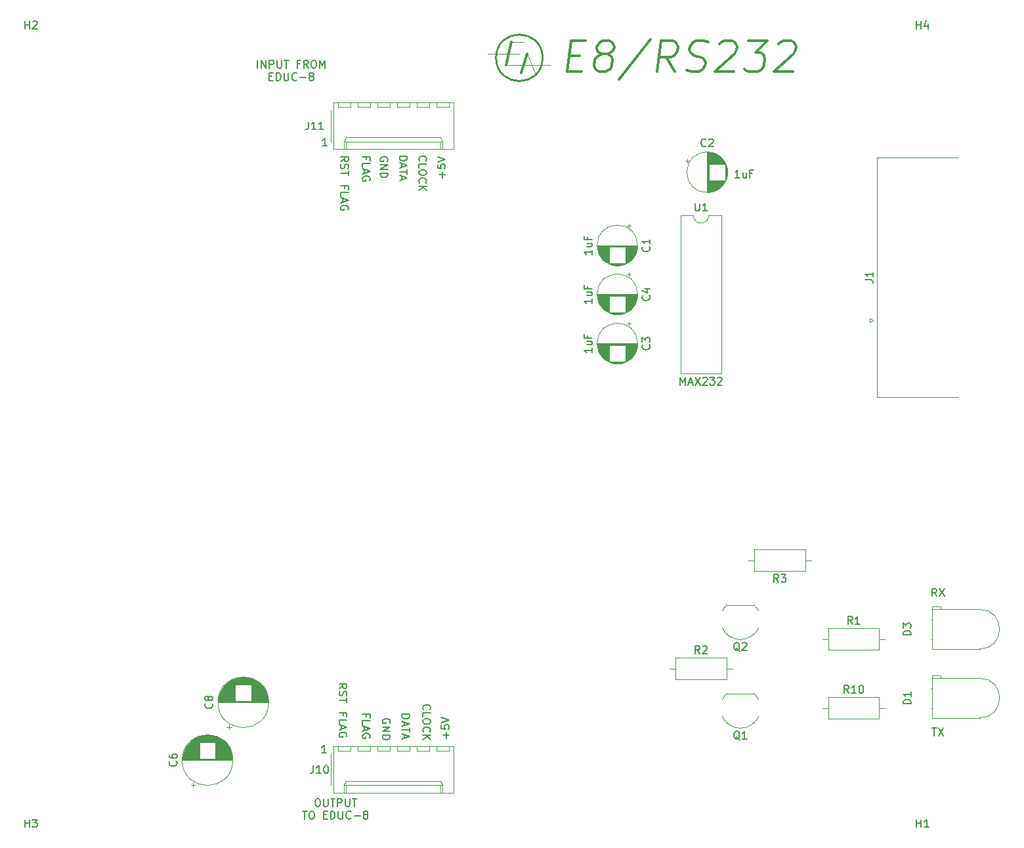
<source format=gbr>
%TF.GenerationSoftware,KiCad,Pcbnew,(6.0.4-0)*%
%TF.CreationDate,2024-05-14T18:17:28+10:00*%
%TF.ProjectId,RS232,52533233-322e-46b6-9963-61645f706362,rev?*%
%TF.SameCoordinates,Original*%
%TF.FileFunction,Legend,Top*%
%TF.FilePolarity,Positive*%
%FSLAX46Y46*%
G04 Gerber Fmt 4.6, Leading zero omitted, Abs format (unit mm)*
G04 Created by KiCad (PCBNEW (6.0.4-0)) date 2024-05-14 18:17:28*
%MOMM*%
%LPD*%
G01*
G04 APERTURE LIST*
%ADD10C,0.150000*%
%ADD11C,0.300000*%
%ADD12C,0.120000*%
%ADD13C,0.240000*%
G04 APERTURE END LIST*
D10*
X73085714Y-114652380D02*
X72514285Y-114652380D01*
X72800000Y-114652380D02*
X72800000Y-113652380D01*
X72704761Y-113795238D01*
X72609523Y-113890476D01*
X72514285Y-113938095D01*
X73185714Y-36352380D02*
X72614285Y-36352380D01*
X72900000Y-36352380D02*
X72900000Y-35352380D01*
X72804761Y-35495238D01*
X72709523Y-35590476D01*
X72614285Y-35638095D01*
X88071428Y-40485714D02*
X88071428Y-39723809D01*
X88452380Y-40104761D02*
X87690476Y-40104761D01*
X87452380Y-38771428D02*
X87452380Y-39247619D01*
X87928571Y-39295238D01*
X87880952Y-39247619D01*
X87833333Y-39152380D01*
X87833333Y-38914285D01*
X87880952Y-38819047D01*
X87928571Y-38771428D01*
X88023809Y-38723809D01*
X88261904Y-38723809D01*
X88357142Y-38771428D01*
X88404761Y-38819047D01*
X88452380Y-38914285D01*
X88452380Y-39152380D01*
X88404761Y-39247619D01*
X88357142Y-39295238D01*
X87452380Y-38438095D02*
X88452380Y-38104761D01*
X87452380Y-37771428D01*
X85142857Y-38280952D02*
X85095238Y-38233333D01*
X85047619Y-38090476D01*
X85047619Y-37995238D01*
X85095238Y-37852380D01*
X85190476Y-37757142D01*
X85285714Y-37709523D01*
X85476190Y-37661904D01*
X85619047Y-37661904D01*
X85809523Y-37709523D01*
X85904761Y-37757142D01*
X86000000Y-37852380D01*
X86047619Y-37995238D01*
X86047619Y-38090476D01*
X86000000Y-38233333D01*
X85952380Y-38280952D01*
X85047619Y-39185714D02*
X85047619Y-38709523D01*
X86047619Y-38709523D01*
X86047619Y-39709523D02*
X86047619Y-39900000D01*
X86000000Y-39995238D01*
X85904761Y-40090476D01*
X85714285Y-40138095D01*
X85380952Y-40138095D01*
X85190476Y-40090476D01*
X85095238Y-39995238D01*
X85047619Y-39900000D01*
X85047619Y-39709523D01*
X85095238Y-39614285D01*
X85190476Y-39519047D01*
X85380952Y-39471428D01*
X85714285Y-39471428D01*
X85904761Y-39519047D01*
X86000000Y-39614285D01*
X86047619Y-39709523D01*
X85142857Y-41138095D02*
X85095238Y-41090476D01*
X85047619Y-40947619D01*
X85047619Y-40852380D01*
X85095238Y-40709523D01*
X85190476Y-40614285D01*
X85285714Y-40566666D01*
X85476190Y-40519047D01*
X85619047Y-40519047D01*
X85809523Y-40566666D01*
X85904761Y-40614285D01*
X86000000Y-40709523D01*
X86047619Y-40852380D01*
X86047619Y-40947619D01*
X86000000Y-41090476D01*
X85952380Y-41138095D01*
X85047619Y-41566666D02*
X86047619Y-41566666D01*
X85047619Y-42138095D02*
X85619047Y-41709523D01*
X86047619Y-42138095D02*
X85476190Y-41566666D01*
X82547619Y-37700000D02*
X83547619Y-37700000D01*
X83547619Y-37938095D01*
X83500000Y-38080952D01*
X83404761Y-38176190D01*
X83309523Y-38223809D01*
X83119047Y-38271428D01*
X82976190Y-38271428D01*
X82785714Y-38223809D01*
X82690476Y-38176190D01*
X82595238Y-38080952D01*
X82547619Y-37938095D01*
X82547619Y-37700000D01*
X82833333Y-38652380D02*
X82833333Y-39128571D01*
X82547619Y-38557142D02*
X83547619Y-38890476D01*
X82547619Y-39223809D01*
X83547619Y-39414285D02*
X83547619Y-39985714D01*
X82547619Y-39700000D02*
X83547619Y-39700000D01*
X82833333Y-40271428D02*
X82833333Y-40747619D01*
X82547619Y-40176190D02*
X83547619Y-40509523D01*
X82547619Y-40842857D01*
X81000000Y-38338095D02*
X81047619Y-38242857D01*
X81047619Y-38100000D01*
X81000000Y-37957142D01*
X80904761Y-37861904D01*
X80809523Y-37814285D01*
X80619047Y-37766666D01*
X80476190Y-37766666D01*
X80285714Y-37814285D01*
X80190476Y-37861904D01*
X80095238Y-37957142D01*
X80047619Y-38100000D01*
X80047619Y-38195238D01*
X80095238Y-38338095D01*
X80142857Y-38385714D01*
X80476190Y-38385714D01*
X80476190Y-38195238D01*
X80047619Y-38814285D02*
X81047619Y-38814285D01*
X80047619Y-39385714D01*
X81047619Y-39385714D01*
X80047619Y-39861904D02*
X81047619Y-39861904D01*
X81047619Y-40100000D01*
X81000000Y-40242857D01*
X80904761Y-40338095D01*
X80809523Y-40385714D01*
X80619047Y-40433333D01*
X80476190Y-40433333D01*
X80285714Y-40385714D01*
X80190476Y-40338095D01*
X80095238Y-40242857D01*
X80047619Y-40100000D01*
X80047619Y-39861904D01*
X78271428Y-38109523D02*
X78271428Y-37776190D01*
X77747619Y-37776190D02*
X78747619Y-37776190D01*
X78747619Y-38252380D01*
X77747619Y-39109523D02*
X77747619Y-38633333D01*
X78747619Y-38633333D01*
X78033333Y-39395238D02*
X78033333Y-39871428D01*
X77747619Y-39300000D02*
X78747619Y-39633333D01*
X77747619Y-39966666D01*
X78700000Y-40823809D02*
X78747619Y-40728571D01*
X78747619Y-40585714D01*
X78700000Y-40442857D01*
X78604761Y-40347619D01*
X78509523Y-40300000D01*
X78319047Y-40252380D01*
X78176190Y-40252380D01*
X77985714Y-40300000D01*
X77890476Y-40347619D01*
X77795238Y-40442857D01*
X77747619Y-40585714D01*
X77747619Y-40680952D01*
X77795238Y-40823809D01*
X77842857Y-40871428D01*
X78176190Y-40871428D01*
X78176190Y-40680952D01*
X74952619Y-38340595D02*
X75428809Y-38007261D01*
X74952619Y-37769166D02*
X75952619Y-37769166D01*
X75952619Y-38150119D01*
X75905000Y-38245357D01*
X75857380Y-38292976D01*
X75762142Y-38340595D01*
X75619285Y-38340595D01*
X75524047Y-38292976D01*
X75476428Y-38245357D01*
X75428809Y-38150119D01*
X75428809Y-37769166D01*
X75000238Y-38721547D02*
X74952619Y-38864404D01*
X74952619Y-39102500D01*
X75000238Y-39197738D01*
X75047857Y-39245357D01*
X75143095Y-39292976D01*
X75238333Y-39292976D01*
X75333571Y-39245357D01*
X75381190Y-39197738D01*
X75428809Y-39102500D01*
X75476428Y-38912023D01*
X75524047Y-38816785D01*
X75571666Y-38769166D01*
X75666904Y-38721547D01*
X75762142Y-38721547D01*
X75857380Y-38769166D01*
X75905000Y-38816785D01*
X75952619Y-38912023D01*
X75952619Y-39150119D01*
X75905000Y-39292976D01*
X75952619Y-39578690D02*
X75952619Y-40150119D01*
X74952619Y-39864404D02*
X75952619Y-39864404D01*
X75476428Y-41864404D02*
X75476428Y-41531071D01*
X74952619Y-41531071D02*
X75952619Y-41531071D01*
X75952619Y-42007261D01*
X74952619Y-42864404D02*
X74952619Y-42388214D01*
X75952619Y-42388214D01*
X75238333Y-43150119D02*
X75238333Y-43626309D01*
X74952619Y-43054880D02*
X75952619Y-43388214D01*
X74952619Y-43721547D01*
X75905000Y-44578690D02*
X75952619Y-44483452D01*
X75952619Y-44340595D01*
X75905000Y-44197738D01*
X75809761Y-44102500D01*
X75714523Y-44054880D01*
X75524047Y-44007261D01*
X75381190Y-44007261D01*
X75190714Y-44054880D01*
X75095476Y-44102500D01*
X75000238Y-44197738D01*
X74952619Y-44340595D01*
X74952619Y-44435833D01*
X75000238Y-44578690D01*
X75047857Y-44626309D01*
X75381190Y-44626309D01*
X75381190Y-44435833D01*
X88571428Y-112785714D02*
X88571428Y-112023809D01*
X88952380Y-112404761D02*
X88190476Y-112404761D01*
X87952380Y-111071428D02*
X87952380Y-111547619D01*
X88428571Y-111595238D01*
X88380952Y-111547619D01*
X88333333Y-111452380D01*
X88333333Y-111214285D01*
X88380952Y-111119047D01*
X88428571Y-111071428D01*
X88523809Y-111023809D01*
X88761904Y-111023809D01*
X88857142Y-111071428D01*
X88904761Y-111119047D01*
X88952380Y-111214285D01*
X88952380Y-111452380D01*
X88904761Y-111547619D01*
X88857142Y-111595238D01*
X87952380Y-110738095D02*
X88952380Y-110404761D01*
X87952380Y-110071428D01*
X85642857Y-109080952D02*
X85595238Y-109033333D01*
X85547619Y-108890476D01*
X85547619Y-108795238D01*
X85595238Y-108652380D01*
X85690476Y-108557142D01*
X85785714Y-108509523D01*
X85976190Y-108461904D01*
X86119047Y-108461904D01*
X86309523Y-108509523D01*
X86404761Y-108557142D01*
X86500000Y-108652380D01*
X86547619Y-108795238D01*
X86547619Y-108890476D01*
X86500000Y-109033333D01*
X86452380Y-109080952D01*
X85547619Y-109985714D02*
X85547619Y-109509523D01*
X86547619Y-109509523D01*
X86547619Y-110509523D02*
X86547619Y-110700000D01*
X86500000Y-110795238D01*
X86404761Y-110890476D01*
X86214285Y-110938095D01*
X85880952Y-110938095D01*
X85690476Y-110890476D01*
X85595238Y-110795238D01*
X85547619Y-110700000D01*
X85547619Y-110509523D01*
X85595238Y-110414285D01*
X85690476Y-110319047D01*
X85880952Y-110271428D01*
X86214285Y-110271428D01*
X86404761Y-110319047D01*
X86500000Y-110414285D01*
X86547619Y-110509523D01*
X85642857Y-111938095D02*
X85595238Y-111890476D01*
X85547619Y-111747619D01*
X85547619Y-111652380D01*
X85595238Y-111509523D01*
X85690476Y-111414285D01*
X85785714Y-111366666D01*
X85976190Y-111319047D01*
X86119047Y-111319047D01*
X86309523Y-111366666D01*
X86404761Y-111414285D01*
X86500000Y-111509523D01*
X86547619Y-111652380D01*
X86547619Y-111747619D01*
X86500000Y-111890476D01*
X86452380Y-111938095D01*
X85547619Y-112366666D02*
X86547619Y-112366666D01*
X85547619Y-112938095D02*
X86119047Y-112509523D01*
X86547619Y-112938095D02*
X85976190Y-112366666D01*
X82847619Y-109700000D02*
X83847619Y-109700000D01*
X83847619Y-109938095D01*
X83800000Y-110080952D01*
X83704761Y-110176190D01*
X83609523Y-110223809D01*
X83419047Y-110271428D01*
X83276190Y-110271428D01*
X83085714Y-110223809D01*
X82990476Y-110176190D01*
X82895238Y-110080952D01*
X82847619Y-109938095D01*
X82847619Y-109700000D01*
X83133333Y-110652380D02*
X83133333Y-111128571D01*
X82847619Y-110557142D02*
X83847619Y-110890476D01*
X82847619Y-111223809D01*
X83847619Y-111414285D02*
X83847619Y-111985714D01*
X82847619Y-111700000D02*
X83847619Y-111700000D01*
X83133333Y-112271428D02*
X83133333Y-112747619D01*
X82847619Y-112176190D02*
X83847619Y-112509523D01*
X82847619Y-112842857D01*
X81300000Y-110838095D02*
X81347619Y-110742857D01*
X81347619Y-110600000D01*
X81300000Y-110457142D01*
X81204761Y-110361904D01*
X81109523Y-110314285D01*
X80919047Y-110266666D01*
X80776190Y-110266666D01*
X80585714Y-110314285D01*
X80490476Y-110361904D01*
X80395238Y-110457142D01*
X80347619Y-110600000D01*
X80347619Y-110695238D01*
X80395238Y-110838095D01*
X80442857Y-110885714D01*
X80776190Y-110885714D01*
X80776190Y-110695238D01*
X80347619Y-111314285D02*
X81347619Y-111314285D01*
X80347619Y-111885714D01*
X81347619Y-111885714D01*
X80347619Y-112361904D02*
X81347619Y-112361904D01*
X81347619Y-112600000D01*
X81300000Y-112742857D01*
X81204761Y-112838095D01*
X81109523Y-112885714D01*
X80919047Y-112933333D01*
X80776190Y-112933333D01*
X80585714Y-112885714D01*
X80490476Y-112838095D01*
X80395238Y-112742857D01*
X80347619Y-112600000D01*
X80347619Y-112361904D01*
X78271428Y-110009523D02*
X78271428Y-109676190D01*
X77747619Y-109676190D02*
X78747619Y-109676190D01*
X78747619Y-110152380D01*
X77747619Y-111009523D02*
X77747619Y-110533333D01*
X78747619Y-110533333D01*
X78033333Y-111295238D02*
X78033333Y-111771428D01*
X77747619Y-111200000D02*
X78747619Y-111533333D01*
X77747619Y-111866666D01*
X78700000Y-112723809D02*
X78747619Y-112628571D01*
X78747619Y-112485714D01*
X78700000Y-112342857D01*
X78604761Y-112247619D01*
X78509523Y-112200000D01*
X78319047Y-112152380D01*
X78176190Y-112152380D01*
X77985714Y-112200000D01*
X77890476Y-112247619D01*
X77795238Y-112342857D01*
X77747619Y-112485714D01*
X77747619Y-112580952D01*
X77795238Y-112723809D01*
X77842857Y-112771428D01*
X78176190Y-112771428D01*
X78176190Y-112580952D01*
X74752619Y-106340595D02*
X75228809Y-106007261D01*
X74752619Y-105769166D02*
X75752619Y-105769166D01*
X75752619Y-106150119D01*
X75705000Y-106245357D01*
X75657380Y-106292976D01*
X75562142Y-106340595D01*
X75419285Y-106340595D01*
X75324047Y-106292976D01*
X75276428Y-106245357D01*
X75228809Y-106150119D01*
X75228809Y-105769166D01*
X74800238Y-106721547D02*
X74752619Y-106864404D01*
X74752619Y-107102500D01*
X74800238Y-107197738D01*
X74847857Y-107245357D01*
X74943095Y-107292976D01*
X75038333Y-107292976D01*
X75133571Y-107245357D01*
X75181190Y-107197738D01*
X75228809Y-107102500D01*
X75276428Y-106912023D01*
X75324047Y-106816785D01*
X75371666Y-106769166D01*
X75466904Y-106721547D01*
X75562142Y-106721547D01*
X75657380Y-106769166D01*
X75705000Y-106816785D01*
X75752619Y-106912023D01*
X75752619Y-107150119D01*
X75705000Y-107292976D01*
X75752619Y-107578690D02*
X75752619Y-108150119D01*
X74752619Y-107864404D02*
X75752619Y-107864404D01*
X75276428Y-109864404D02*
X75276428Y-109531071D01*
X74752619Y-109531071D02*
X75752619Y-109531071D01*
X75752619Y-110007261D01*
X74752619Y-110864404D02*
X74752619Y-110388214D01*
X75752619Y-110388214D01*
X75038333Y-111150119D02*
X75038333Y-111626309D01*
X74752619Y-111054880D02*
X75752619Y-111388214D01*
X74752619Y-111721547D01*
X75705000Y-112578690D02*
X75752619Y-112483452D01*
X75752619Y-112340595D01*
X75705000Y-112197738D01*
X75609761Y-112102500D01*
X75514523Y-112054880D01*
X75324047Y-112007261D01*
X75181190Y-112007261D01*
X74990714Y-112054880D01*
X74895476Y-112102500D01*
X74800238Y-112197738D01*
X74752619Y-112340595D01*
X74752619Y-112435833D01*
X74800238Y-112578690D01*
X74847857Y-112626309D01*
X75181190Y-112626309D01*
X75181190Y-112435833D01*
D11*
X104407023Y-24714285D02*
X105740357Y-24714285D01*
X106049880Y-26809523D02*
X104145119Y-26809523D01*
X104645119Y-22809523D01*
X106549880Y-22809523D01*
X108621309Y-24523809D02*
X108264166Y-24333333D01*
X108097500Y-24142857D01*
X107954642Y-23761904D01*
X107978452Y-23571428D01*
X108216547Y-23190476D01*
X108430833Y-23000000D01*
X108835595Y-22809523D01*
X109597500Y-22809523D01*
X109954642Y-23000000D01*
X110121309Y-23190476D01*
X110264166Y-23571428D01*
X110240357Y-23761904D01*
X110002261Y-24142857D01*
X109787976Y-24333333D01*
X109383214Y-24523809D01*
X108621309Y-24523809D01*
X108216547Y-24714285D01*
X108002261Y-24904761D01*
X107764166Y-25285714D01*
X107668928Y-26047619D01*
X107811785Y-26428571D01*
X107978452Y-26619047D01*
X108335595Y-26809523D01*
X109097500Y-26809523D01*
X109502261Y-26619047D01*
X109716547Y-26428571D01*
X109954642Y-26047619D01*
X110049880Y-25285714D01*
X109907023Y-24904761D01*
X109740357Y-24714285D01*
X109383214Y-24523809D01*
X114954642Y-22619047D02*
X110883214Y-27761904D01*
X118049880Y-26809523D02*
X116954642Y-24904761D01*
X115764166Y-26809523D02*
X116264166Y-22809523D01*
X117787976Y-22809523D01*
X118145119Y-23000000D01*
X118311785Y-23190476D01*
X118454642Y-23571428D01*
X118383214Y-24142857D01*
X118145119Y-24523809D01*
X117930833Y-24714285D01*
X117526071Y-24904761D01*
X116002261Y-24904761D01*
X119597500Y-26619047D02*
X120145119Y-26809523D01*
X121097500Y-26809523D01*
X121502261Y-26619047D01*
X121716547Y-26428571D01*
X121954642Y-26047619D01*
X122002261Y-25666666D01*
X121859404Y-25285714D01*
X121692738Y-25095238D01*
X121335595Y-24904761D01*
X120597500Y-24714285D01*
X120240357Y-24523809D01*
X120073690Y-24333333D01*
X119930833Y-23952380D01*
X119978452Y-23571428D01*
X120216547Y-23190476D01*
X120430833Y-23000000D01*
X120835595Y-22809523D01*
X121787976Y-22809523D01*
X122335595Y-23000000D01*
X123835595Y-23190476D02*
X124049880Y-23000000D01*
X124454642Y-22809523D01*
X125407023Y-22809523D01*
X125764166Y-23000000D01*
X125930833Y-23190476D01*
X126073690Y-23571428D01*
X126026071Y-23952380D01*
X125764166Y-24523809D01*
X123192738Y-26809523D01*
X125668928Y-26809523D01*
X127502261Y-22809523D02*
X129978452Y-22809523D01*
X128454642Y-24333333D01*
X129026071Y-24333333D01*
X129383214Y-24523809D01*
X129549880Y-24714285D01*
X129692738Y-25095238D01*
X129573690Y-26047619D01*
X129335595Y-26428571D01*
X129121309Y-26619047D01*
X128716547Y-26809523D01*
X127573690Y-26809523D01*
X127216547Y-26619047D01*
X127049880Y-26428571D01*
X131454642Y-23190476D02*
X131668928Y-23000000D01*
X132073690Y-22809523D01*
X133026071Y-22809523D01*
X133383214Y-23000000D01*
X133549880Y-23190476D01*
X133692738Y-23571428D01*
X133645119Y-23952380D01*
X133383214Y-24523809D01*
X130811785Y-26809523D01*
X133287976Y-26809523D01*
D10*
X151238095Y-111452380D02*
X151809523Y-111452380D01*
X151523809Y-112452380D02*
X151523809Y-111452380D01*
X152047619Y-111452380D02*
X152714285Y-112452380D01*
X152714285Y-111452380D02*
X152047619Y-112452380D01*
X71890238Y-120567380D02*
X72080714Y-120567380D01*
X72175952Y-120615000D01*
X72271190Y-120710238D01*
X72318809Y-120900714D01*
X72318809Y-121234047D01*
X72271190Y-121424523D01*
X72175952Y-121519761D01*
X72080714Y-121567380D01*
X71890238Y-121567380D01*
X71795000Y-121519761D01*
X71699761Y-121424523D01*
X71652142Y-121234047D01*
X71652142Y-120900714D01*
X71699761Y-120710238D01*
X71795000Y-120615000D01*
X71890238Y-120567380D01*
X72747380Y-120567380D02*
X72747380Y-121376904D01*
X72795000Y-121472142D01*
X72842619Y-121519761D01*
X72937857Y-121567380D01*
X73128333Y-121567380D01*
X73223571Y-121519761D01*
X73271190Y-121472142D01*
X73318809Y-121376904D01*
X73318809Y-120567380D01*
X73652142Y-120567380D02*
X74223571Y-120567380D01*
X73937857Y-121567380D02*
X73937857Y-120567380D01*
X74556904Y-121567380D02*
X74556904Y-120567380D01*
X74937857Y-120567380D01*
X75033095Y-120615000D01*
X75080714Y-120662619D01*
X75128333Y-120757857D01*
X75128333Y-120900714D01*
X75080714Y-120995952D01*
X75033095Y-121043571D01*
X74937857Y-121091190D01*
X74556904Y-121091190D01*
X75556904Y-120567380D02*
X75556904Y-121376904D01*
X75604523Y-121472142D01*
X75652142Y-121519761D01*
X75747380Y-121567380D01*
X75937857Y-121567380D01*
X76033095Y-121519761D01*
X76080714Y-121472142D01*
X76128333Y-121376904D01*
X76128333Y-120567380D01*
X76461666Y-120567380D02*
X77033095Y-120567380D01*
X76747380Y-121567380D02*
X76747380Y-120567380D01*
X70033095Y-122177380D02*
X70604523Y-122177380D01*
X70318809Y-123177380D02*
X70318809Y-122177380D01*
X71128333Y-122177380D02*
X71318809Y-122177380D01*
X71414047Y-122225000D01*
X71509285Y-122320238D01*
X71556904Y-122510714D01*
X71556904Y-122844047D01*
X71509285Y-123034523D01*
X71414047Y-123129761D01*
X71318809Y-123177380D01*
X71128333Y-123177380D01*
X71033095Y-123129761D01*
X70937857Y-123034523D01*
X70890238Y-122844047D01*
X70890238Y-122510714D01*
X70937857Y-122320238D01*
X71033095Y-122225000D01*
X71128333Y-122177380D01*
X72747380Y-122653571D02*
X73080714Y-122653571D01*
X73223571Y-123177380D02*
X72747380Y-123177380D01*
X72747380Y-122177380D01*
X73223571Y-122177380D01*
X73652142Y-123177380D02*
X73652142Y-122177380D01*
X73890238Y-122177380D01*
X74033095Y-122225000D01*
X74128333Y-122320238D01*
X74175952Y-122415476D01*
X74223571Y-122605952D01*
X74223571Y-122748809D01*
X74175952Y-122939285D01*
X74128333Y-123034523D01*
X74033095Y-123129761D01*
X73890238Y-123177380D01*
X73652142Y-123177380D01*
X74652142Y-122177380D02*
X74652142Y-122986904D01*
X74699761Y-123082142D01*
X74747380Y-123129761D01*
X74842619Y-123177380D01*
X75033095Y-123177380D01*
X75128333Y-123129761D01*
X75175952Y-123082142D01*
X75223571Y-122986904D01*
X75223571Y-122177380D01*
X76271190Y-123082142D02*
X76223571Y-123129761D01*
X76080714Y-123177380D01*
X75985476Y-123177380D01*
X75842619Y-123129761D01*
X75747380Y-123034523D01*
X75699761Y-122939285D01*
X75652142Y-122748809D01*
X75652142Y-122605952D01*
X75699761Y-122415476D01*
X75747380Y-122320238D01*
X75842619Y-122225000D01*
X75985476Y-122177380D01*
X76080714Y-122177380D01*
X76223571Y-122225000D01*
X76271190Y-122272619D01*
X76699761Y-122796428D02*
X77461666Y-122796428D01*
X78080714Y-122605952D02*
X77985476Y-122558333D01*
X77937857Y-122510714D01*
X77890238Y-122415476D01*
X77890238Y-122367857D01*
X77937857Y-122272619D01*
X77985476Y-122225000D01*
X78080714Y-122177380D01*
X78271190Y-122177380D01*
X78366428Y-122225000D01*
X78414047Y-122272619D01*
X78461666Y-122367857D01*
X78461666Y-122415476D01*
X78414047Y-122510714D01*
X78366428Y-122558333D01*
X78271190Y-122605952D01*
X78080714Y-122605952D01*
X77985476Y-122653571D01*
X77937857Y-122701190D01*
X77890238Y-122796428D01*
X77890238Y-122986904D01*
X77937857Y-123082142D01*
X77985476Y-123129761D01*
X78080714Y-123177380D01*
X78271190Y-123177380D01*
X78366428Y-123129761D01*
X78414047Y-123082142D01*
X78461666Y-122986904D01*
X78461666Y-122796428D01*
X78414047Y-122701190D01*
X78366428Y-122653571D01*
X78271190Y-122605952D01*
X151833333Y-94452380D02*
X151500000Y-93976190D01*
X151261904Y-94452380D02*
X151261904Y-93452380D01*
X151642857Y-93452380D01*
X151738095Y-93500000D01*
X151785714Y-93547619D01*
X151833333Y-93642857D01*
X151833333Y-93785714D01*
X151785714Y-93880952D01*
X151738095Y-93928571D01*
X151642857Y-93976190D01*
X151261904Y-93976190D01*
X152166666Y-93452380D02*
X152833333Y-94452380D01*
X152833333Y-93452380D02*
X152166666Y-94452380D01*
X64246666Y-26317380D02*
X64246666Y-25317380D01*
X64722857Y-26317380D02*
X64722857Y-25317380D01*
X65294285Y-26317380D01*
X65294285Y-25317380D01*
X65770476Y-26317380D02*
X65770476Y-25317380D01*
X66151428Y-25317380D01*
X66246666Y-25365000D01*
X66294285Y-25412619D01*
X66341904Y-25507857D01*
X66341904Y-25650714D01*
X66294285Y-25745952D01*
X66246666Y-25793571D01*
X66151428Y-25841190D01*
X65770476Y-25841190D01*
X66770476Y-25317380D02*
X66770476Y-26126904D01*
X66818095Y-26222142D01*
X66865714Y-26269761D01*
X66960952Y-26317380D01*
X67151428Y-26317380D01*
X67246666Y-26269761D01*
X67294285Y-26222142D01*
X67341904Y-26126904D01*
X67341904Y-25317380D01*
X67675238Y-25317380D02*
X68246666Y-25317380D01*
X67960952Y-26317380D02*
X67960952Y-25317380D01*
X69675238Y-25793571D02*
X69341904Y-25793571D01*
X69341904Y-26317380D02*
X69341904Y-25317380D01*
X69818095Y-25317380D01*
X70770476Y-26317380D02*
X70437142Y-25841190D01*
X70199047Y-26317380D02*
X70199047Y-25317380D01*
X70580000Y-25317380D01*
X70675238Y-25365000D01*
X70722857Y-25412619D01*
X70770476Y-25507857D01*
X70770476Y-25650714D01*
X70722857Y-25745952D01*
X70675238Y-25793571D01*
X70580000Y-25841190D01*
X70199047Y-25841190D01*
X71389523Y-25317380D02*
X71580000Y-25317380D01*
X71675238Y-25365000D01*
X71770476Y-25460238D01*
X71818095Y-25650714D01*
X71818095Y-25984047D01*
X71770476Y-26174523D01*
X71675238Y-26269761D01*
X71580000Y-26317380D01*
X71389523Y-26317380D01*
X71294285Y-26269761D01*
X71199047Y-26174523D01*
X71151428Y-25984047D01*
X71151428Y-25650714D01*
X71199047Y-25460238D01*
X71294285Y-25365000D01*
X71389523Y-25317380D01*
X72246666Y-26317380D02*
X72246666Y-25317380D01*
X72580000Y-26031666D01*
X72913333Y-25317380D01*
X72913333Y-26317380D01*
X65746666Y-27403571D02*
X66080000Y-27403571D01*
X66222857Y-27927380D02*
X65746666Y-27927380D01*
X65746666Y-26927380D01*
X66222857Y-26927380D01*
X66651428Y-27927380D02*
X66651428Y-26927380D01*
X66889523Y-26927380D01*
X67032380Y-26975000D01*
X67127619Y-27070238D01*
X67175238Y-27165476D01*
X67222857Y-27355952D01*
X67222857Y-27498809D01*
X67175238Y-27689285D01*
X67127619Y-27784523D01*
X67032380Y-27879761D01*
X66889523Y-27927380D01*
X66651428Y-27927380D01*
X67651428Y-26927380D02*
X67651428Y-27736904D01*
X67699047Y-27832142D01*
X67746666Y-27879761D01*
X67841904Y-27927380D01*
X68032380Y-27927380D01*
X68127619Y-27879761D01*
X68175238Y-27832142D01*
X68222857Y-27736904D01*
X68222857Y-26927380D01*
X69270476Y-27832142D02*
X69222857Y-27879761D01*
X69080000Y-27927380D01*
X68984761Y-27927380D01*
X68841904Y-27879761D01*
X68746666Y-27784523D01*
X68699047Y-27689285D01*
X68651428Y-27498809D01*
X68651428Y-27355952D01*
X68699047Y-27165476D01*
X68746666Y-27070238D01*
X68841904Y-26975000D01*
X68984761Y-26927380D01*
X69080000Y-26927380D01*
X69222857Y-26975000D01*
X69270476Y-27022619D01*
X69699047Y-27546428D02*
X70460952Y-27546428D01*
X71080000Y-27355952D02*
X70984761Y-27308333D01*
X70937142Y-27260714D01*
X70889523Y-27165476D01*
X70889523Y-27117857D01*
X70937142Y-27022619D01*
X70984761Y-26975000D01*
X71080000Y-26927380D01*
X71270476Y-26927380D01*
X71365714Y-26975000D01*
X71413333Y-27022619D01*
X71460952Y-27117857D01*
X71460952Y-27165476D01*
X71413333Y-27260714D01*
X71365714Y-27308333D01*
X71270476Y-27355952D01*
X71080000Y-27355952D01*
X70984761Y-27403571D01*
X70937142Y-27451190D01*
X70889523Y-27546428D01*
X70889523Y-27736904D01*
X70937142Y-27832142D01*
X70984761Y-27879761D01*
X71080000Y-27927380D01*
X71270476Y-27927380D01*
X71365714Y-27879761D01*
X71413333Y-27832142D01*
X71460952Y-27736904D01*
X71460952Y-27546428D01*
X71413333Y-27451190D01*
X71365714Y-27403571D01*
X71270476Y-27355952D01*
%TO.C,C6*%
X53742142Y-115756666D02*
X53789761Y-115804285D01*
X53837380Y-115947142D01*
X53837380Y-116042380D01*
X53789761Y-116185238D01*
X53694523Y-116280476D01*
X53599285Y-116328095D01*
X53408809Y-116375714D01*
X53265952Y-116375714D01*
X53075476Y-116328095D01*
X52980238Y-116280476D01*
X52885000Y-116185238D01*
X52837380Y-116042380D01*
X52837380Y-115947142D01*
X52885000Y-115804285D01*
X52932619Y-115756666D01*
X52837380Y-114899523D02*
X52837380Y-115090000D01*
X52885000Y-115185238D01*
X52932619Y-115232857D01*
X53075476Y-115328095D01*
X53265952Y-115375714D01*
X53646904Y-115375714D01*
X53742142Y-115328095D01*
X53789761Y-115280476D01*
X53837380Y-115185238D01*
X53837380Y-114994761D01*
X53789761Y-114899523D01*
X53742142Y-114851904D01*
X53646904Y-114804285D01*
X53408809Y-114804285D01*
X53313571Y-114851904D01*
X53265952Y-114899523D01*
X53218333Y-114994761D01*
X53218333Y-115185238D01*
X53265952Y-115280476D01*
X53313571Y-115328095D01*
X53408809Y-115375714D01*
%TO.C,C8*%
X58357142Y-108299046D02*
X58404761Y-108346665D01*
X58452380Y-108489522D01*
X58452380Y-108584760D01*
X58404761Y-108727618D01*
X58309523Y-108822856D01*
X58214285Y-108870475D01*
X58023809Y-108918094D01*
X57880952Y-108918094D01*
X57690476Y-108870475D01*
X57595238Y-108822856D01*
X57500000Y-108727618D01*
X57452380Y-108584760D01*
X57452380Y-108489522D01*
X57500000Y-108346665D01*
X57547619Y-108299046D01*
X57880952Y-107727618D02*
X57833333Y-107822856D01*
X57785714Y-107870475D01*
X57690476Y-107918094D01*
X57642857Y-107918094D01*
X57547619Y-107870475D01*
X57500000Y-107822856D01*
X57452380Y-107727618D01*
X57452380Y-107537141D01*
X57500000Y-107441903D01*
X57547619Y-107394284D01*
X57642857Y-107346665D01*
X57690476Y-107346665D01*
X57785714Y-107394284D01*
X57833333Y-107441903D01*
X57880952Y-107537141D01*
X57880952Y-107727618D01*
X57928571Y-107822856D01*
X57976190Y-107870475D01*
X58071428Y-107918094D01*
X58261904Y-107918094D01*
X58357142Y-107870475D01*
X58404761Y-107822856D01*
X58452380Y-107727618D01*
X58452380Y-107537141D01*
X58404761Y-107441903D01*
X58357142Y-107394284D01*
X58261904Y-107346665D01*
X58071428Y-107346665D01*
X57976190Y-107394284D01*
X57928571Y-107441903D01*
X57880952Y-107537141D01*
%TO.C,H1*%
X149238095Y-124252380D02*
X149238095Y-123252380D01*
X149238095Y-123728571D02*
X149809523Y-123728571D01*
X149809523Y-124252380D02*
X149809523Y-123252380D01*
X150809523Y-124252380D02*
X150238095Y-124252380D01*
X150523809Y-124252380D02*
X150523809Y-123252380D01*
X150428571Y-123395238D01*
X150333333Y-123490476D01*
X150238095Y-123538095D01*
%TO.C,H2*%
X34238095Y-21252380D02*
X34238095Y-20252380D01*
X34238095Y-20728571D02*
X34809523Y-20728571D01*
X34809523Y-21252380D02*
X34809523Y-20252380D01*
X35238095Y-20347619D02*
X35285714Y-20300000D01*
X35380952Y-20252380D01*
X35619047Y-20252380D01*
X35714285Y-20300000D01*
X35761904Y-20347619D01*
X35809523Y-20442857D01*
X35809523Y-20538095D01*
X35761904Y-20680952D01*
X35190476Y-21252380D01*
X35809523Y-21252380D01*
%TO.C,H4*%
X149238095Y-21252380D02*
X149238095Y-20252380D01*
X149238095Y-20728571D02*
X149809523Y-20728571D01*
X149809523Y-21252380D02*
X149809523Y-20252380D01*
X150714285Y-20585714D02*
X150714285Y-21252380D01*
X150476190Y-20204761D02*
X150238095Y-20919047D01*
X150857142Y-20919047D01*
%TO.C,C1*%
X114752142Y-49366666D02*
X114799761Y-49414285D01*
X114847380Y-49557142D01*
X114847380Y-49652380D01*
X114799761Y-49795238D01*
X114704523Y-49890476D01*
X114609285Y-49938095D01*
X114418809Y-49985714D01*
X114275952Y-49985714D01*
X114085476Y-49938095D01*
X113990238Y-49890476D01*
X113895000Y-49795238D01*
X113847380Y-49652380D01*
X113847380Y-49557142D01*
X113895000Y-49414285D01*
X113942619Y-49366666D01*
X114847380Y-48414285D02*
X114847380Y-48985714D01*
X114847380Y-48700000D02*
X113847380Y-48700000D01*
X113990238Y-48795238D01*
X114085476Y-48890476D01*
X114133095Y-48985714D01*
X107347380Y-49795238D02*
X107347380Y-50366666D01*
X107347380Y-50080952D02*
X106347380Y-50080952D01*
X106490238Y-50176190D01*
X106585476Y-50271428D01*
X106633095Y-50366666D01*
X106680714Y-48938095D02*
X107347380Y-48938095D01*
X106680714Y-49366666D02*
X107204523Y-49366666D01*
X107299761Y-49319047D01*
X107347380Y-49223809D01*
X107347380Y-49080952D01*
X107299761Y-48985714D01*
X107252142Y-48938095D01*
X106823571Y-48128571D02*
X106823571Y-48461904D01*
X107347380Y-48461904D02*
X106347380Y-48461904D01*
X106347380Y-47985714D01*
%TO.C,C2*%
X122063333Y-36362142D02*
X122015714Y-36409761D01*
X121872857Y-36457380D01*
X121777619Y-36457380D01*
X121634761Y-36409761D01*
X121539523Y-36314523D01*
X121491904Y-36219285D01*
X121444285Y-36028809D01*
X121444285Y-35885952D01*
X121491904Y-35695476D01*
X121539523Y-35600238D01*
X121634761Y-35505000D01*
X121777619Y-35457380D01*
X121872857Y-35457380D01*
X122015714Y-35505000D01*
X122063333Y-35552619D01*
X122444285Y-35552619D02*
X122491904Y-35505000D01*
X122587142Y-35457380D01*
X122825238Y-35457380D01*
X122920476Y-35505000D01*
X122968095Y-35552619D01*
X123015714Y-35647857D01*
X123015714Y-35743095D01*
X122968095Y-35885952D01*
X122396666Y-36457380D01*
X123015714Y-36457380D01*
X126404761Y-40452380D02*
X125833333Y-40452380D01*
X126119047Y-40452380D02*
X126119047Y-39452380D01*
X126023809Y-39595238D01*
X125928571Y-39690476D01*
X125833333Y-39738095D01*
X127261904Y-39785714D02*
X127261904Y-40452380D01*
X126833333Y-39785714D02*
X126833333Y-40309523D01*
X126880952Y-40404761D01*
X126976190Y-40452380D01*
X127119047Y-40452380D01*
X127214285Y-40404761D01*
X127261904Y-40357142D01*
X128071428Y-39928571D02*
X127738095Y-39928571D01*
X127738095Y-40452380D02*
X127738095Y-39452380D01*
X128214285Y-39452380D01*
%TO.C,C4*%
X114752142Y-55676666D02*
X114799761Y-55724285D01*
X114847380Y-55867142D01*
X114847380Y-55962380D01*
X114799761Y-56105238D01*
X114704523Y-56200476D01*
X114609285Y-56248095D01*
X114418809Y-56295714D01*
X114275952Y-56295714D01*
X114085476Y-56248095D01*
X113990238Y-56200476D01*
X113895000Y-56105238D01*
X113847380Y-55962380D01*
X113847380Y-55867142D01*
X113895000Y-55724285D01*
X113942619Y-55676666D01*
X114180714Y-54819523D02*
X114847380Y-54819523D01*
X113799761Y-55057619D02*
X114514047Y-55295714D01*
X114514047Y-54676666D01*
X107347380Y-56105238D02*
X107347380Y-56676666D01*
X107347380Y-56390952D02*
X106347380Y-56390952D01*
X106490238Y-56486190D01*
X106585476Y-56581428D01*
X106633095Y-56676666D01*
X106680714Y-55248095D02*
X107347380Y-55248095D01*
X106680714Y-55676666D02*
X107204523Y-55676666D01*
X107299761Y-55629047D01*
X107347380Y-55533809D01*
X107347380Y-55390952D01*
X107299761Y-55295714D01*
X107252142Y-55248095D01*
X106823571Y-54438571D02*
X106823571Y-54771904D01*
X107347380Y-54771904D02*
X106347380Y-54771904D01*
X106347380Y-54295714D01*
%TO.C,J1*%
X142632380Y-53648333D02*
X143346666Y-53648333D01*
X143489523Y-53695952D01*
X143584761Y-53791190D01*
X143632380Y-53934047D01*
X143632380Y-54029285D01*
X143632380Y-52648333D02*
X143632380Y-53219761D01*
X143632380Y-52934047D02*
X142632380Y-52934047D01*
X142775238Y-53029285D01*
X142870476Y-53124523D01*
X142918095Y-53219761D01*
%TO.C,U1*%
X120678095Y-43762380D02*
X120678095Y-44571904D01*
X120725714Y-44667142D01*
X120773333Y-44714761D01*
X120868571Y-44762380D01*
X121059047Y-44762380D01*
X121154285Y-44714761D01*
X121201904Y-44667142D01*
X121249523Y-44571904D01*
X121249523Y-43762380D01*
X122249523Y-44762380D02*
X121678095Y-44762380D01*
X121963809Y-44762380D02*
X121963809Y-43762380D01*
X121868571Y-43905238D01*
X121773333Y-44000476D01*
X121678095Y-44048095D01*
X118773333Y-67202380D02*
X118773333Y-66202380D01*
X119106666Y-66916666D01*
X119440000Y-66202380D01*
X119440000Y-67202380D01*
X119868571Y-66916666D02*
X120344761Y-66916666D01*
X119773333Y-67202380D02*
X120106666Y-66202380D01*
X120440000Y-67202380D01*
X120678095Y-66202380D02*
X121344761Y-67202380D01*
X121344761Y-66202380D02*
X120678095Y-67202380D01*
X121678095Y-66297619D02*
X121725714Y-66250000D01*
X121820952Y-66202380D01*
X122059047Y-66202380D01*
X122154285Y-66250000D01*
X122201904Y-66297619D01*
X122249523Y-66392857D01*
X122249523Y-66488095D01*
X122201904Y-66630952D01*
X121630476Y-67202380D01*
X122249523Y-67202380D01*
X122582857Y-66202380D02*
X123201904Y-66202380D01*
X122868571Y-66583333D01*
X123011428Y-66583333D01*
X123106666Y-66630952D01*
X123154285Y-66678571D01*
X123201904Y-66773809D01*
X123201904Y-67011904D01*
X123154285Y-67107142D01*
X123106666Y-67154761D01*
X123011428Y-67202380D01*
X122725714Y-67202380D01*
X122630476Y-67154761D01*
X122582857Y-67107142D01*
X123582857Y-66297619D02*
X123630476Y-66250000D01*
X123725714Y-66202380D01*
X123963809Y-66202380D01*
X124059047Y-66250000D01*
X124106666Y-66297619D01*
X124154285Y-66392857D01*
X124154285Y-66488095D01*
X124106666Y-66630952D01*
X123535238Y-67202380D01*
X124154285Y-67202380D01*
%TO.C,C3*%
X114752142Y-62026666D02*
X114799761Y-62074285D01*
X114847380Y-62217142D01*
X114847380Y-62312380D01*
X114799761Y-62455238D01*
X114704523Y-62550476D01*
X114609285Y-62598095D01*
X114418809Y-62645714D01*
X114275952Y-62645714D01*
X114085476Y-62598095D01*
X113990238Y-62550476D01*
X113895000Y-62455238D01*
X113847380Y-62312380D01*
X113847380Y-62217142D01*
X113895000Y-62074285D01*
X113942619Y-62026666D01*
X113847380Y-61693333D02*
X113847380Y-61074285D01*
X114228333Y-61407619D01*
X114228333Y-61264761D01*
X114275952Y-61169523D01*
X114323571Y-61121904D01*
X114418809Y-61074285D01*
X114656904Y-61074285D01*
X114752142Y-61121904D01*
X114799761Y-61169523D01*
X114847380Y-61264761D01*
X114847380Y-61550476D01*
X114799761Y-61645714D01*
X114752142Y-61693333D01*
X107347380Y-62455238D02*
X107347380Y-63026666D01*
X107347380Y-62740952D02*
X106347380Y-62740952D01*
X106490238Y-62836190D01*
X106585476Y-62931428D01*
X106633095Y-63026666D01*
X106680714Y-61598095D02*
X107347380Y-61598095D01*
X106680714Y-62026666D02*
X107204523Y-62026666D01*
X107299761Y-61979047D01*
X107347380Y-61883809D01*
X107347380Y-61740952D01*
X107299761Y-61645714D01*
X107252142Y-61598095D01*
X106823571Y-60788571D02*
X106823571Y-61121904D01*
X107347380Y-61121904D02*
X106347380Y-61121904D01*
X106347380Y-60645714D01*
%TO.C,D1*%
X148507380Y-108338095D02*
X147507380Y-108338095D01*
X147507380Y-108100000D01*
X147555000Y-107957142D01*
X147650238Y-107861904D01*
X147745476Y-107814285D01*
X147935952Y-107766666D01*
X148078809Y-107766666D01*
X148269285Y-107814285D01*
X148364523Y-107861904D01*
X148459761Y-107957142D01*
X148507380Y-108100000D01*
X148507380Y-108338095D01*
X148507380Y-106814285D02*
X148507380Y-107385714D01*
X148507380Y-107100000D02*
X147507380Y-107100000D01*
X147650238Y-107195238D01*
X147745476Y-107290476D01*
X147793095Y-107385714D01*
%TO.C,D3*%
X148507380Y-99448095D02*
X147507380Y-99448095D01*
X147507380Y-99210000D01*
X147555000Y-99067142D01*
X147650238Y-98971904D01*
X147745476Y-98924285D01*
X147935952Y-98876666D01*
X148078809Y-98876666D01*
X148269285Y-98924285D01*
X148364523Y-98971904D01*
X148459761Y-99067142D01*
X148507380Y-99210000D01*
X148507380Y-99448095D01*
X147507380Y-98543333D02*
X147507380Y-97924285D01*
X147888333Y-98257619D01*
X147888333Y-98114761D01*
X147935952Y-98019523D01*
X147983571Y-97971904D01*
X148078809Y-97924285D01*
X148316904Y-97924285D01*
X148412142Y-97971904D01*
X148459761Y-98019523D01*
X148507380Y-98114761D01*
X148507380Y-98400476D01*
X148459761Y-98495714D01*
X148412142Y-98543333D01*
%TO.C,Q1*%
X126424761Y-112977619D02*
X126329523Y-112930000D01*
X126234285Y-112834761D01*
X126091428Y-112691904D01*
X125996190Y-112644285D01*
X125900952Y-112644285D01*
X125948571Y-112882380D02*
X125853333Y-112834761D01*
X125758095Y-112739523D01*
X125710476Y-112549047D01*
X125710476Y-112215714D01*
X125758095Y-112025238D01*
X125853333Y-111930000D01*
X125948571Y-111882380D01*
X126139047Y-111882380D01*
X126234285Y-111930000D01*
X126329523Y-112025238D01*
X126377142Y-112215714D01*
X126377142Y-112549047D01*
X126329523Y-112739523D01*
X126234285Y-112834761D01*
X126139047Y-112882380D01*
X125948571Y-112882380D01*
X127329523Y-112882380D02*
X126758095Y-112882380D01*
X127043809Y-112882380D02*
X127043809Y-111882380D01*
X126948571Y-112025238D01*
X126853333Y-112120476D01*
X126758095Y-112168095D01*
%TO.C,Q2*%
X126424761Y-101547619D02*
X126329523Y-101500000D01*
X126234285Y-101404761D01*
X126091428Y-101261904D01*
X125996190Y-101214285D01*
X125900952Y-101214285D01*
X125948571Y-101452380D02*
X125853333Y-101404761D01*
X125758095Y-101309523D01*
X125710476Y-101119047D01*
X125710476Y-100785714D01*
X125758095Y-100595238D01*
X125853333Y-100500000D01*
X125948571Y-100452380D01*
X126139047Y-100452380D01*
X126234285Y-100500000D01*
X126329523Y-100595238D01*
X126377142Y-100785714D01*
X126377142Y-101119047D01*
X126329523Y-101309523D01*
X126234285Y-101404761D01*
X126139047Y-101452380D01*
X125948571Y-101452380D01*
X126758095Y-100547619D02*
X126805714Y-100500000D01*
X126900952Y-100452380D01*
X127139047Y-100452380D01*
X127234285Y-100500000D01*
X127281904Y-100547619D01*
X127329523Y-100642857D01*
X127329523Y-100738095D01*
X127281904Y-100880952D01*
X126710476Y-101452380D01*
X127329523Y-101452380D01*
%TO.C,R1*%
X140958333Y-98062380D02*
X140625000Y-97586190D01*
X140386904Y-98062380D02*
X140386904Y-97062380D01*
X140767857Y-97062380D01*
X140863095Y-97110000D01*
X140910714Y-97157619D01*
X140958333Y-97252857D01*
X140958333Y-97395714D01*
X140910714Y-97490952D01*
X140863095Y-97538571D01*
X140767857Y-97586190D01*
X140386904Y-97586190D01*
X141910714Y-98062380D02*
X141339285Y-98062380D01*
X141625000Y-98062380D02*
X141625000Y-97062380D01*
X141529761Y-97205238D01*
X141434523Y-97300476D01*
X141339285Y-97348095D01*
%TO.C,R2*%
X121273333Y-101872380D02*
X120940000Y-101396190D01*
X120701904Y-101872380D02*
X120701904Y-100872380D01*
X121082857Y-100872380D01*
X121178095Y-100920000D01*
X121225714Y-100967619D01*
X121273333Y-101062857D01*
X121273333Y-101205714D01*
X121225714Y-101300952D01*
X121178095Y-101348571D01*
X121082857Y-101396190D01*
X120701904Y-101396190D01*
X121654285Y-100967619D02*
X121701904Y-100920000D01*
X121797142Y-100872380D01*
X122035238Y-100872380D01*
X122130476Y-100920000D01*
X122178095Y-100967619D01*
X122225714Y-101062857D01*
X122225714Y-101158095D01*
X122178095Y-101300952D01*
X121606666Y-101872380D01*
X122225714Y-101872380D01*
%TO.C,R3*%
X131433333Y-92642380D02*
X131100000Y-92166190D01*
X130861904Y-92642380D02*
X130861904Y-91642380D01*
X131242857Y-91642380D01*
X131338095Y-91690000D01*
X131385714Y-91737619D01*
X131433333Y-91832857D01*
X131433333Y-91975714D01*
X131385714Y-92070952D01*
X131338095Y-92118571D01*
X131242857Y-92166190D01*
X130861904Y-92166190D01*
X131766666Y-91642380D02*
X132385714Y-91642380D01*
X132052380Y-92023333D01*
X132195238Y-92023333D01*
X132290476Y-92070952D01*
X132338095Y-92118571D01*
X132385714Y-92213809D01*
X132385714Y-92451904D01*
X132338095Y-92547142D01*
X132290476Y-92594761D01*
X132195238Y-92642380D01*
X131909523Y-92642380D01*
X131814285Y-92594761D01*
X131766666Y-92547142D01*
%TO.C,R10*%
X140482142Y-106952380D02*
X140148809Y-106476190D01*
X139910714Y-106952380D02*
X139910714Y-105952380D01*
X140291666Y-105952380D01*
X140386904Y-106000000D01*
X140434523Y-106047619D01*
X140482142Y-106142857D01*
X140482142Y-106285714D01*
X140434523Y-106380952D01*
X140386904Y-106428571D01*
X140291666Y-106476190D01*
X139910714Y-106476190D01*
X141434523Y-106952380D02*
X140863095Y-106952380D01*
X141148809Y-106952380D02*
X141148809Y-105952380D01*
X141053571Y-106095238D01*
X140958333Y-106190476D01*
X140863095Y-106238095D01*
X142053571Y-105952380D02*
X142148809Y-105952380D01*
X142244047Y-106000000D01*
X142291666Y-106047619D01*
X142339285Y-106142857D01*
X142386904Y-106333333D01*
X142386904Y-106571428D01*
X142339285Y-106761904D01*
X142291666Y-106857142D01*
X142244047Y-106904761D01*
X142148809Y-106952380D01*
X142053571Y-106952380D01*
X141958333Y-106904761D01*
X141910714Y-106857142D01*
X141863095Y-106761904D01*
X141815476Y-106571428D01*
X141815476Y-106333333D01*
X141863095Y-106142857D01*
X141910714Y-106047619D01*
X141958333Y-106000000D01*
X142053571Y-105952380D01*
%TO.C,J10*%
X71415476Y-116292380D02*
X71415476Y-117006666D01*
X71367857Y-117149523D01*
X71272619Y-117244761D01*
X71129761Y-117292380D01*
X71034523Y-117292380D01*
X72415476Y-117292380D02*
X71844047Y-117292380D01*
X72129761Y-117292380D02*
X72129761Y-116292380D01*
X72034523Y-116435238D01*
X71939285Y-116530476D01*
X71844047Y-116578095D01*
X73034523Y-116292380D02*
X73129761Y-116292380D01*
X73225000Y-116340000D01*
X73272619Y-116387619D01*
X73320238Y-116482857D01*
X73367857Y-116673333D01*
X73367857Y-116911428D01*
X73320238Y-117101904D01*
X73272619Y-117197142D01*
X73225000Y-117244761D01*
X73129761Y-117292380D01*
X73034523Y-117292380D01*
X72939285Y-117244761D01*
X72891666Y-117197142D01*
X72844047Y-117101904D01*
X72796428Y-116911428D01*
X72796428Y-116673333D01*
X72844047Y-116482857D01*
X72891666Y-116387619D01*
X72939285Y-116340000D01*
X73034523Y-116292380D01*
%TO.C,J11*%
X70780476Y-33252380D02*
X70780476Y-33966666D01*
X70732857Y-34109523D01*
X70637619Y-34204761D01*
X70494761Y-34252380D01*
X70399523Y-34252380D01*
X71780476Y-34252380D02*
X71209047Y-34252380D01*
X71494761Y-34252380D02*
X71494761Y-33252380D01*
X71399523Y-33395238D01*
X71304285Y-33490476D01*
X71209047Y-33538095D01*
X72732857Y-34252380D02*
X72161428Y-34252380D01*
X72447142Y-34252380D02*
X72447142Y-33252380D01*
X72351904Y-33395238D01*
X72256666Y-33490476D01*
X72161428Y-33538095D01*
%TO.C,H3*%
X34238095Y-124252380D02*
X34238095Y-123252380D01*
X34238095Y-123728571D02*
X34809523Y-123728571D01*
X34809523Y-124252380D02*
X34809523Y-123252380D01*
X35190476Y-123252380D02*
X35809523Y-123252380D01*
X35476190Y-123633333D01*
X35619047Y-123633333D01*
X35714285Y-123680952D01*
X35761904Y-123728571D01*
X35809523Y-123823809D01*
X35809523Y-124061904D01*
X35761904Y-124157142D01*
X35714285Y-124204761D01*
X35619047Y-124252380D01*
X35333333Y-124252380D01*
X35238095Y-124204761D01*
X35190476Y-124157142D01*
D12*
%TO.C,C6*%
X58825000Y-113589000D02*
X60333000Y-113589000D01*
X58825000Y-114109000D02*
X60661000Y-114109000D01*
X54738000Y-114509000D02*
X56745000Y-114509000D01*
X55895000Y-112949000D02*
X59675000Y-112949000D01*
X54654000Y-114789000D02*
X56745000Y-114789000D01*
X54555000Y-115510000D02*
X61015000Y-115510000D01*
X58825000Y-114709000D02*
X60895000Y-114709000D01*
X58825000Y-114589000D02*
X60859000Y-114589000D01*
X54555000Y-115550000D02*
X61015000Y-115550000D01*
X55951000Y-112909000D02*
X59619000Y-112909000D01*
X55790000Y-113029000D02*
X59780000Y-113029000D01*
X58825000Y-115030000D02*
X60967000Y-115030000D01*
X58825000Y-113989000D02*
X60597000Y-113989000D01*
X54929000Y-114069000D02*
X56745000Y-114069000D01*
X55480000Y-113309000D02*
X56745000Y-113309000D01*
X54603000Y-115030000D02*
X56745000Y-115030000D01*
X56983000Y-112429000D02*
X58587000Y-112429000D01*
X54557000Y-115470000D02*
X61013000Y-115470000D01*
X58825000Y-113949000D02*
X60575000Y-113949000D01*
X55946000Y-119090241D02*
X55946000Y-118460241D01*
X58825000Y-113869000D02*
X60527000Y-113869000D01*
X57383000Y-112349000D02*
X58187000Y-112349000D01*
X58825000Y-114950000D02*
X60952000Y-114950000D01*
X58825000Y-114349000D02*
X60771000Y-114349000D01*
X54973000Y-113989000D02*
X56745000Y-113989000D01*
X58825000Y-113829000D02*
X60501000Y-113829000D01*
X58825000Y-115070000D02*
X60974000Y-115070000D01*
X56276000Y-112709000D02*
X59294000Y-112709000D01*
X55561000Y-113229000D02*
X60009000Y-113229000D01*
X58825000Y-114429000D02*
X60803000Y-114429000D01*
X55301000Y-113509000D02*
X56745000Y-113509000D01*
X56135000Y-112789000D02*
X59435000Y-112789000D01*
X58825000Y-114990000D02*
X60960000Y-114990000D01*
X58825000Y-115310000D02*
X61003000Y-115310000D01*
X55121000Y-113749000D02*
X56745000Y-113749000D01*
X56353000Y-112669000D02*
X59217000Y-112669000D01*
X54584000Y-115150000D02*
X56745000Y-115150000D01*
X54951000Y-114029000D02*
X56745000Y-114029000D01*
X58825000Y-114789000D02*
X60916000Y-114789000D01*
X54563000Y-115350000D02*
X56745000Y-115350000D01*
X55369000Y-113429000D02*
X56745000Y-113429000D01*
X55095000Y-113789000D02*
X56745000Y-113789000D01*
X56009000Y-112869000D02*
X59561000Y-112869000D01*
X58825000Y-113709000D02*
X60421000Y-113709000D01*
X57152000Y-112389000D02*
X58418000Y-112389000D01*
X58825000Y-113309000D02*
X60090000Y-113309000D01*
X58825000Y-113629000D02*
X60363000Y-113629000D01*
X58825000Y-115270000D02*
X61000000Y-115270000D01*
X54815000Y-114309000D02*
X56745000Y-114309000D01*
X54570000Y-115270000D02*
X56745000Y-115270000D01*
X54995000Y-113949000D02*
X56745000Y-113949000D01*
X54833000Y-114269000D02*
X56745000Y-114269000D01*
X58825000Y-113909000D02*
X60551000Y-113909000D01*
X55648000Y-113149000D02*
X59922000Y-113149000D01*
X55178000Y-113669000D02*
X56745000Y-113669000D01*
X58825000Y-114829000D02*
X60926000Y-114829000D01*
X58825000Y-114309000D02*
X60755000Y-114309000D01*
X58825000Y-114189000D02*
X60701000Y-114189000D01*
X55741000Y-113069000D02*
X59829000Y-113069000D01*
X55693000Y-113109000D02*
X59877000Y-113109000D01*
X58825000Y-114269000D02*
X60737000Y-114269000D01*
X55442000Y-113349000D02*
X56745000Y-113349000D01*
X58825000Y-114629000D02*
X60871000Y-114629000D01*
X56435000Y-112629000D02*
X59135000Y-112629000D01*
X54635000Y-114869000D02*
X56745000Y-114869000D01*
X54851000Y-114229000D02*
X56745000Y-114229000D01*
X58825000Y-113349000D02*
X60128000Y-113349000D01*
X54767000Y-114429000D02*
X56745000Y-114429000D01*
X58825000Y-114069000D02*
X60641000Y-114069000D01*
X58825000Y-115110000D02*
X60980000Y-115110000D01*
X54675000Y-114709000D02*
X56745000Y-114709000D01*
X58825000Y-113669000D02*
X60392000Y-113669000D01*
X58825000Y-113429000D02*
X60201000Y-113429000D01*
X54752000Y-114469000D02*
X56745000Y-114469000D01*
X58825000Y-114869000D02*
X60935000Y-114869000D01*
X55631000Y-118775241D02*
X56261000Y-118775241D01*
X58825000Y-114029000D02*
X60619000Y-114029000D01*
X56071000Y-112829000D02*
X59499000Y-112829000D01*
X55405000Y-113389000D02*
X56745000Y-113389000D01*
X56204000Y-112749000D02*
X59366000Y-112749000D01*
X54610000Y-114990000D02*
X56745000Y-114990000D01*
X56726000Y-112509000D02*
X58844000Y-112509000D01*
X56845000Y-112469000D02*
X58725000Y-112469000D01*
X58825000Y-115150000D02*
X60986000Y-115150000D01*
X54889000Y-114149000D02*
X56745000Y-114149000D01*
X58825000Y-114549000D02*
X60846000Y-114549000D01*
X54596000Y-115070000D02*
X56745000Y-115070000D01*
X54626000Y-114910000D02*
X56745000Y-114910000D01*
X54687000Y-114669000D02*
X56745000Y-114669000D01*
X54555000Y-115590000D02*
X61015000Y-115590000D01*
X58825000Y-114749000D02*
X60906000Y-114749000D01*
X55019000Y-113909000D02*
X56745000Y-113909000D01*
X54664000Y-114749000D02*
X56745000Y-114749000D01*
X58825000Y-114469000D02*
X60818000Y-114469000D01*
X54644000Y-114829000D02*
X56745000Y-114829000D01*
X54567000Y-115310000D02*
X56745000Y-115310000D01*
X55335000Y-113469000D02*
X56745000Y-113469000D01*
X55520000Y-113269000D02*
X60050000Y-113269000D01*
X58825000Y-114149000D02*
X60681000Y-114149000D01*
X55207000Y-113629000D02*
X56745000Y-113629000D01*
X58825000Y-115350000D02*
X61007000Y-115350000D01*
X54699000Y-114629000D02*
X56745000Y-114629000D01*
X58825000Y-114669000D02*
X60883000Y-114669000D01*
X56620000Y-112549000D02*
X58950000Y-112549000D01*
X55149000Y-113709000D02*
X56745000Y-113709000D01*
X58825000Y-113549000D02*
X60301000Y-113549000D01*
X58825000Y-114509000D02*
X60832000Y-114509000D01*
X55603000Y-113189000D02*
X59967000Y-113189000D01*
X55841000Y-112989000D02*
X59729000Y-112989000D01*
X56523000Y-112589000D02*
X59047000Y-112589000D01*
X58825000Y-115190000D02*
X60991000Y-115190000D01*
X58825000Y-113389000D02*
X60165000Y-113389000D01*
X55043000Y-113869000D02*
X56745000Y-113869000D01*
X54618000Y-114950000D02*
X56745000Y-114950000D01*
X58825000Y-114229000D02*
X60719000Y-114229000D01*
X54558000Y-115430000D02*
X61012000Y-115430000D01*
X58825000Y-113509000D02*
X60269000Y-113509000D01*
X58825000Y-113789000D02*
X60475000Y-113789000D01*
X55237000Y-113589000D02*
X56745000Y-113589000D01*
X58825000Y-115230000D02*
X60996000Y-115230000D01*
X54909000Y-114109000D02*
X56745000Y-114109000D01*
X58825000Y-113749000D02*
X60449000Y-113749000D01*
X54579000Y-115190000D02*
X56745000Y-115190000D01*
X55269000Y-113549000D02*
X56745000Y-113549000D01*
X54799000Y-114349000D02*
X56745000Y-114349000D01*
X54711000Y-114589000D02*
X56745000Y-114589000D01*
X54724000Y-114549000D02*
X56745000Y-114549000D01*
X54574000Y-115230000D02*
X56745000Y-115230000D01*
X54783000Y-114389000D02*
X56745000Y-114389000D01*
X58825000Y-114389000D02*
X60787000Y-114389000D01*
X54590000Y-115110000D02*
X56745000Y-115110000D01*
X54869000Y-114189000D02*
X56745000Y-114189000D01*
X58825000Y-114910000D02*
X60944000Y-114910000D01*
X58825000Y-113469000D02*
X60235000Y-113469000D01*
X55069000Y-113829000D02*
X56745000Y-113829000D01*
X54561000Y-115390000D02*
X61009000Y-115390000D01*
X61055000Y-115590000D02*
G75*
G03*
X61055000Y-115590000I-3270000J0D01*
G01*
%TO.C,C8*%
X63440000Y-106131380D02*
X64948000Y-106131380D01*
X63440000Y-106651380D02*
X65276000Y-106651380D01*
X59353000Y-107051380D02*
X61360000Y-107051380D01*
X60510000Y-105491380D02*
X64290000Y-105491380D01*
X59269000Y-107331380D02*
X61360000Y-107331380D01*
X59170000Y-108052380D02*
X65630000Y-108052380D01*
X63440000Y-107251380D02*
X65510000Y-107251380D01*
X63440000Y-107131380D02*
X65474000Y-107131380D01*
X59170000Y-108092380D02*
X65630000Y-108092380D01*
X60566000Y-105451380D02*
X64234000Y-105451380D01*
X60405000Y-105571380D02*
X64395000Y-105571380D01*
X63440000Y-107572380D02*
X65582000Y-107572380D01*
X63440000Y-106531380D02*
X65212000Y-106531380D01*
X59544000Y-106611380D02*
X61360000Y-106611380D01*
X60095000Y-105851380D02*
X61360000Y-105851380D01*
X59218000Y-107572380D02*
X61360000Y-107572380D01*
X61598000Y-104971380D02*
X63202000Y-104971380D01*
X59172000Y-108012380D02*
X65628000Y-108012380D01*
X63440000Y-106491380D02*
X65190000Y-106491380D01*
X60561000Y-111632621D02*
X60561000Y-111002621D01*
X63440000Y-106411380D02*
X65142000Y-106411380D01*
X61998000Y-104891380D02*
X62802000Y-104891380D01*
X63440000Y-107492380D02*
X65567000Y-107492380D01*
X63440000Y-106891380D02*
X65386000Y-106891380D01*
X59588000Y-106531380D02*
X61360000Y-106531380D01*
X63440000Y-106371380D02*
X65116000Y-106371380D01*
X63440000Y-107612380D02*
X65589000Y-107612380D01*
X60891000Y-105251380D02*
X63909000Y-105251380D01*
X60176000Y-105771380D02*
X64624000Y-105771380D01*
X63440000Y-106971380D02*
X65418000Y-106971380D01*
X59916000Y-106051380D02*
X61360000Y-106051380D01*
X60750000Y-105331380D02*
X64050000Y-105331380D01*
X63440000Y-107532380D02*
X65575000Y-107532380D01*
X63440000Y-107852380D02*
X65618000Y-107852380D01*
X59736000Y-106291380D02*
X61360000Y-106291380D01*
X60968000Y-105211380D02*
X63832000Y-105211380D01*
X59199000Y-107692380D02*
X61360000Y-107692380D01*
X59566000Y-106571380D02*
X61360000Y-106571380D01*
X63440000Y-107331380D02*
X65531000Y-107331380D01*
X59178000Y-107892380D02*
X61360000Y-107892380D01*
X59984000Y-105971380D02*
X61360000Y-105971380D01*
X59710000Y-106331380D02*
X61360000Y-106331380D01*
X60624000Y-105411380D02*
X64176000Y-105411380D01*
X63440000Y-106251380D02*
X65036000Y-106251380D01*
X61767000Y-104931380D02*
X63033000Y-104931380D01*
X63440000Y-105851380D02*
X64705000Y-105851380D01*
X63440000Y-106171380D02*
X64978000Y-106171380D01*
X63440000Y-107812380D02*
X65615000Y-107812380D01*
X59430000Y-106851380D02*
X61360000Y-106851380D01*
X59185000Y-107812380D02*
X61360000Y-107812380D01*
X59610000Y-106491380D02*
X61360000Y-106491380D01*
X59448000Y-106811380D02*
X61360000Y-106811380D01*
X63440000Y-106451380D02*
X65166000Y-106451380D01*
X60263000Y-105691380D02*
X64537000Y-105691380D01*
X59793000Y-106211380D02*
X61360000Y-106211380D01*
X63440000Y-107371380D02*
X65541000Y-107371380D01*
X63440000Y-106851380D02*
X65370000Y-106851380D01*
X63440000Y-106731380D02*
X65316000Y-106731380D01*
X60356000Y-105611380D02*
X64444000Y-105611380D01*
X60308000Y-105651380D02*
X64492000Y-105651380D01*
X63440000Y-106811380D02*
X65352000Y-106811380D01*
X60057000Y-105891380D02*
X61360000Y-105891380D01*
X63440000Y-107171380D02*
X65486000Y-107171380D01*
X61050000Y-105171380D02*
X63750000Y-105171380D01*
X59250000Y-107411380D02*
X61360000Y-107411380D01*
X59466000Y-106771380D02*
X61360000Y-106771380D01*
X63440000Y-105891380D02*
X64743000Y-105891380D01*
X59382000Y-106971380D02*
X61360000Y-106971380D01*
X63440000Y-106611380D02*
X65256000Y-106611380D01*
X63440000Y-107652380D02*
X65595000Y-107652380D01*
X59290000Y-107251380D02*
X61360000Y-107251380D01*
X63440000Y-106211380D02*
X65007000Y-106211380D01*
X63440000Y-105971380D02*
X64816000Y-105971380D01*
X59367000Y-107011380D02*
X61360000Y-107011380D01*
X63440000Y-107411380D02*
X65550000Y-107411380D01*
X60246000Y-111317621D02*
X60876000Y-111317621D01*
X63440000Y-106571380D02*
X65234000Y-106571380D01*
X60686000Y-105371380D02*
X64114000Y-105371380D01*
X60020000Y-105931380D02*
X61360000Y-105931380D01*
X60819000Y-105291380D02*
X63981000Y-105291380D01*
X59225000Y-107532380D02*
X61360000Y-107532380D01*
X61341000Y-105051380D02*
X63459000Y-105051380D01*
X61460000Y-105011380D02*
X63340000Y-105011380D01*
X63440000Y-107692380D02*
X65601000Y-107692380D01*
X59504000Y-106691380D02*
X61360000Y-106691380D01*
X63440000Y-107091380D02*
X65461000Y-107091380D01*
X59211000Y-107612380D02*
X61360000Y-107612380D01*
X59241000Y-107452380D02*
X61360000Y-107452380D01*
X59302000Y-107211380D02*
X61360000Y-107211380D01*
X59170000Y-108132380D02*
X65630000Y-108132380D01*
X63440000Y-107291380D02*
X65521000Y-107291380D01*
X59634000Y-106451380D02*
X61360000Y-106451380D01*
X59279000Y-107291380D02*
X61360000Y-107291380D01*
X63440000Y-107011380D02*
X65433000Y-107011380D01*
X59259000Y-107371380D02*
X61360000Y-107371380D01*
X59182000Y-107852380D02*
X61360000Y-107852380D01*
X59950000Y-106011380D02*
X61360000Y-106011380D01*
X60135000Y-105811380D02*
X64665000Y-105811380D01*
X63440000Y-106691380D02*
X65296000Y-106691380D01*
X59822000Y-106171380D02*
X61360000Y-106171380D01*
X63440000Y-107892380D02*
X65622000Y-107892380D01*
X59314000Y-107171380D02*
X61360000Y-107171380D01*
X63440000Y-107211380D02*
X65498000Y-107211380D01*
X61235000Y-105091380D02*
X63565000Y-105091380D01*
X59764000Y-106251380D02*
X61360000Y-106251380D01*
X63440000Y-106091380D02*
X64916000Y-106091380D01*
X63440000Y-107051380D02*
X65447000Y-107051380D01*
X60218000Y-105731380D02*
X64582000Y-105731380D01*
X60456000Y-105531380D02*
X64344000Y-105531380D01*
X61138000Y-105131380D02*
X63662000Y-105131380D01*
X63440000Y-107732380D02*
X65606000Y-107732380D01*
X63440000Y-105931380D02*
X64780000Y-105931380D01*
X59658000Y-106411380D02*
X61360000Y-106411380D01*
X59233000Y-107492380D02*
X61360000Y-107492380D01*
X63440000Y-106771380D02*
X65334000Y-106771380D01*
X59173000Y-107972380D02*
X65627000Y-107972380D01*
X63440000Y-106051380D02*
X64884000Y-106051380D01*
X63440000Y-106331380D02*
X65090000Y-106331380D01*
X59852000Y-106131380D02*
X61360000Y-106131380D01*
X63440000Y-107772380D02*
X65611000Y-107772380D01*
X59524000Y-106651380D02*
X61360000Y-106651380D01*
X63440000Y-106291380D02*
X65064000Y-106291380D01*
X59194000Y-107732380D02*
X61360000Y-107732380D01*
X59884000Y-106091380D02*
X61360000Y-106091380D01*
X59414000Y-106891380D02*
X61360000Y-106891380D01*
X59326000Y-107131380D02*
X61360000Y-107131380D01*
X59339000Y-107091380D02*
X61360000Y-107091380D01*
X59189000Y-107772380D02*
X61360000Y-107772380D01*
X59398000Y-106931380D02*
X61360000Y-106931380D01*
X63440000Y-106931380D02*
X65402000Y-106931380D01*
X59205000Y-107652380D02*
X61360000Y-107652380D01*
X59484000Y-106731380D02*
X61360000Y-106731380D01*
X63440000Y-107452380D02*
X65559000Y-107452380D01*
X63440000Y-106011380D02*
X64850000Y-106011380D01*
X59684000Y-106371380D02*
X61360000Y-106371380D01*
X59176000Y-107932380D02*
X65624000Y-107932380D01*
X65670000Y-108132380D02*
G75*
G03*
X65670000Y-108132380I-3270000J0D01*
G01*
%TO.C,C1*%
X112088000Y-51361000D02*
X111685000Y-51361000D01*
X112845000Y-50561000D02*
X111685000Y-50561000D01*
X109605000Y-51361000D02*
X109202000Y-51361000D01*
X112649000Y-50841000D02*
X111685000Y-50841000D01*
X111823000Y-51521000D02*
X109467000Y-51521000D01*
X109605000Y-51321000D02*
X109145000Y-51321000D01*
X109605000Y-49840000D02*
X108144000Y-49840000D01*
X112820000Y-50601000D02*
X111685000Y-50601000D01*
X109605000Y-49640000D02*
X108102000Y-49640000D01*
X109605000Y-51121000D02*
X108902000Y-51121000D01*
X109605000Y-50001000D02*
X108190000Y-50001000D01*
X112616000Y-50881000D02*
X111685000Y-50881000D01*
X112993000Y-50281000D02*
X111685000Y-50281000D01*
X111163000Y-51761000D02*
X110127000Y-51761000D01*
X109605000Y-50441000D02*
X108377000Y-50441000D01*
X113225000Y-49200000D02*
X108065000Y-49200000D01*
X112120000Y-46395225D02*
X112120000Y-46895225D01*
X112935000Y-50401000D02*
X111685000Y-50401000D01*
X109605000Y-51041000D02*
X108819000Y-51041000D01*
X113223000Y-49320000D02*
X108067000Y-49320000D01*
X109605000Y-50481000D02*
X108398000Y-50481000D01*
X112767000Y-50681000D02*
X111685000Y-50681000D01*
X113206000Y-49520000D02*
X111685000Y-49520000D01*
X109605000Y-51001000D02*
X108781000Y-51001000D01*
X109605000Y-51201000D02*
X108992000Y-51201000D01*
X109605000Y-50961000D02*
X108744000Y-50961000D01*
X113225000Y-49240000D02*
X108065000Y-49240000D01*
X109605000Y-50321000D02*
X108316000Y-50321000D01*
X111964000Y-51441000D02*
X111685000Y-51441000D01*
X109605000Y-51441000D02*
X109326000Y-51441000D01*
X109605000Y-49440000D02*
X108076000Y-49440000D01*
X109605000Y-50921000D02*
X108708000Y-50921000D01*
X112370000Y-46645225D02*
X111870000Y-46645225D01*
X112344000Y-51161000D02*
X111685000Y-51161000D01*
X109605000Y-49680000D02*
X108109000Y-49680000D01*
X109605000Y-49720000D02*
X108117000Y-49720000D01*
X111322000Y-51721000D02*
X109968000Y-51721000D01*
X109605000Y-50121000D02*
X108231000Y-50121000D01*
X109605000Y-49480000D02*
X108080000Y-49480000D01*
X113165000Y-49760000D02*
X111685000Y-49760000D01*
X112869000Y-50521000D02*
X111685000Y-50521000D01*
X112582000Y-50921000D02*
X111685000Y-50921000D01*
X113136000Y-49880000D02*
X111685000Y-49880000D01*
X113224000Y-49280000D02*
X108066000Y-49280000D01*
X113156000Y-49800000D02*
X111685000Y-49800000D01*
X109605000Y-50761000D02*
X108580000Y-50761000D01*
X112388000Y-51121000D02*
X111685000Y-51121000D01*
X109605000Y-51401000D02*
X109262000Y-51401000D01*
X109605000Y-49880000D02*
X108154000Y-49880000D01*
X109605000Y-50521000D02*
X108421000Y-50521000D01*
X109605000Y-50361000D02*
X108335000Y-50361000D01*
X109605000Y-50161000D02*
X108247000Y-50161000D01*
X113221000Y-49360000D02*
X108069000Y-49360000D01*
X109605000Y-51241000D02*
X109040000Y-51241000D01*
X112955000Y-50361000D02*
X111685000Y-50361000D01*
X112250000Y-51241000D02*
X111685000Y-51241000D01*
X109605000Y-49560000D02*
X108089000Y-49560000D01*
X112471000Y-51041000D02*
X111685000Y-51041000D01*
X109605000Y-49961000D02*
X108177000Y-49961000D01*
X112509000Y-51001000D02*
X111685000Y-51001000D01*
X112913000Y-50441000D02*
X111685000Y-50441000D01*
X112974000Y-50321000D02*
X111685000Y-50321000D01*
X111450000Y-51681000D02*
X109840000Y-51681000D01*
X113210000Y-49480000D02*
X111685000Y-49480000D01*
X112546000Y-50961000D02*
X111685000Y-50961000D01*
X113146000Y-49840000D02*
X111685000Y-49840000D01*
X109605000Y-50561000D02*
X108445000Y-50561000D01*
X112430000Y-51081000D02*
X111685000Y-51081000D01*
X113218000Y-49400000D02*
X108072000Y-49400000D01*
X109605000Y-50681000D02*
X108523000Y-50681000D01*
X112298000Y-51201000D02*
X111685000Y-51201000D01*
X113073000Y-50081000D02*
X111685000Y-50081000D01*
X111560000Y-51641000D02*
X109730000Y-51641000D01*
X113181000Y-49680000D02*
X111685000Y-49680000D01*
X113188000Y-49640000D02*
X111685000Y-49640000D01*
X113100000Y-50001000D02*
X111685000Y-50001000D01*
X113173000Y-49720000D02*
X111685000Y-49720000D01*
X112199000Y-51281000D02*
X111685000Y-51281000D01*
X109605000Y-50241000D02*
X108280000Y-50241000D01*
X109605000Y-51281000D02*
X109091000Y-51281000D01*
X111896000Y-51481000D02*
X111685000Y-51481000D01*
X111656000Y-51601000D02*
X109634000Y-51601000D01*
X113214000Y-49440000D02*
X111685000Y-49440000D01*
X113043000Y-50161000D02*
X111685000Y-50161000D01*
X112892000Y-50481000D02*
X111685000Y-50481000D01*
X109605000Y-50081000D02*
X108217000Y-50081000D01*
X109605000Y-50641000D02*
X108496000Y-50641000D01*
X113113000Y-49961000D02*
X111685000Y-49961000D01*
X109605000Y-49760000D02*
X108125000Y-49760000D01*
X112710000Y-50761000D02*
X111685000Y-50761000D01*
X109605000Y-49921000D02*
X108165000Y-49921000D01*
X109605000Y-51081000D02*
X108860000Y-51081000D01*
X109605000Y-50881000D02*
X108674000Y-50881000D01*
X109605000Y-51161000D02*
X108946000Y-51161000D01*
X109605000Y-49520000D02*
X108084000Y-49520000D01*
X109605000Y-50041000D02*
X108203000Y-50041000D01*
X109605000Y-50721000D02*
X108550000Y-50721000D01*
X113027000Y-50201000D02*
X111685000Y-50201000D01*
X113201000Y-49560000D02*
X111685000Y-49560000D01*
X109605000Y-49800000D02*
X108134000Y-49800000D01*
X112680000Y-50801000D02*
X111685000Y-50801000D01*
X109605000Y-50281000D02*
X108297000Y-50281000D01*
X113059000Y-50121000D02*
X111685000Y-50121000D01*
X109605000Y-51481000D02*
X109394000Y-51481000D01*
X110929000Y-51801000D02*
X110361000Y-51801000D01*
X112740000Y-50721000D02*
X111685000Y-50721000D01*
X113195000Y-49600000D02*
X111685000Y-49600000D01*
X109605000Y-49600000D02*
X108095000Y-49600000D01*
X113125000Y-49921000D02*
X111685000Y-49921000D01*
X112028000Y-51401000D02*
X111685000Y-51401000D01*
X112794000Y-50641000D02*
X111685000Y-50641000D01*
X113087000Y-50041000D02*
X111685000Y-50041000D01*
X109605000Y-50401000D02*
X108355000Y-50401000D01*
X113010000Y-50241000D02*
X111685000Y-50241000D01*
X109605000Y-50801000D02*
X108610000Y-50801000D01*
X109605000Y-50841000D02*
X108641000Y-50841000D01*
X111743000Y-51561000D02*
X109547000Y-51561000D01*
X109605000Y-50601000D02*
X108470000Y-50601000D01*
X109605000Y-50201000D02*
X108263000Y-50201000D01*
X112145000Y-51321000D02*
X111685000Y-51321000D01*
X113265000Y-49200000D02*
G75*
G03*
X113265000Y-49200000I-2620000J0D01*
G01*
%TO.C,C2*%
X124191000Y-40795000D02*
X124191000Y-41454000D01*
X124471000Y-38436000D02*
X124471000Y-38715000D01*
X123191000Y-40795000D02*
X123191000Y-42153000D01*
X123031000Y-40795000D02*
X123031000Y-42210000D01*
X122870000Y-37254000D02*
X122870000Y-38715000D01*
X122991000Y-37287000D02*
X122991000Y-38715000D01*
X123991000Y-37854000D02*
X123991000Y-38715000D01*
X123871000Y-40795000D02*
X123871000Y-41759000D01*
X124071000Y-40795000D02*
X124071000Y-41581000D01*
X123111000Y-37327000D02*
X123111000Y-38715000D01*
X122470000Y-37186000D02*
X122470000Y-38715000D01*
X124031000Y-40795000D02*
X124031000Y-41619000D01*
X119675225Y-38030000D02*
X119675225Y-38530000D01*
X122590000Y-37199000D02*
X122590000Y-38715000D01*
X122951000Y-37275000D02*
X122951000Y-38715000D01*
X123231000Y-37373000D02*
X123231000Y-38715000D01*
X123511000Y-40795000D02*
X123511000Y-42002000D01*
X123471000Y-40795000D02*
X123471000Y-42023000D01*
X123631000Y-37580000D02*
X123631000Y-38715000D01*
X123831000Y-40795000D02*
X123831000Y-41790000D01*
X123391000Y-40795000D02*
X123391000Y-42065000D01*
X123271000Y-40795000D02*
X123271000Y-42120000D01*
X123751000Y-37660000D02*
X123751000Y-38715000D01*
X122910000Y-40795000D02*
X122910000Y-42246000D01*
X123791000Y-37690000D02*
X123791000Y-38715000D01*
X124751000Y-39078000D02*
X124751000Y-40432000D01*
X124151000Y-38012000D02*
X124151000Y-38715000D01*
X122310000Y-37176000D02*
X122310000Y-42334000D01*
X124791000Y-39237000D02*
X124791000Y-40273000D01*
X124151000Y-40795000D02*
X124151000Y-41498000D01*
X122790000Y-40795000D02*
X122790000Y-42275000D01*
X122230000Y-37175000D02*
X122230000Y-42335000D01*
X123271000Y-37390000D02*
X123271000Y-38715000D01*
X122590000Y-40795000D02*
X122590000Y-42311000D01*
X123591000Y-40795000D02*
X123591000Y-41955000D01*
X119425225Y-38280000D02*
X119925225Y-38280000D01*
X122430000Y-37182000D02*
X122430000Y-42328000D01*
X124351000Y-38255000D02*
X124351000Y-38715000D01*
X123591000Y-37555000D02*
X123591000Y-38715000D01*
X123351000Y-37426000D02*
X123351000Y-38715000D01*
X123351000Y-40795000D02*
X123351000Y-42084000D01*
X122550000Y-37194000D02*
X122550000Y-38715000D01*
X122750000Y-40795000D02*
X122750000Y-42283000D01*
X122830000Y-37244000D02*
X122830000Y-38715000D01*
X123911000Y-40795000D02*
X123911000Y-41726000D01*
X122870000Y-40795000D02*
X122870000Y-42256000D01*
X122510000Y-40795000D02*
X122510000Y-42320000D01*
X124511000Y-38504000D02*
X124511000Y-38715000D01*
X123751000Y-40795000D02*
X123751000Y-41850000D01*
X123671000Y-40795000D02*
X123671000Y-41904000D01*
X123511000Y-37508000D02*
X123511000Y-38715000D01*
X123391000Y-37445000D02*
X123391000Y-38715000D01*
X122710000Y-37219000D02*
X122710000Y-38715000D01*
X122350000Y-37177000D02*
X122350000Y-42333000D01*
X123951000Y-40795000D02*
X123951000Y-41692000D01*
X124351000Y-40795000D02*
X124351000Y-41255000D01*
X124431000Y-40795000D02*
X124431000Y-41138000D01*
X124631000Y-38744000D02*
X124631000Y-40766000D01*
X124831000Y-39471000D02*
X124831000Y-40039000D01*
X124711000Y-38950000D02*
X124711000Y-40560000D01*
X123151000Y-37341000D02*
X123151000Y-38715000D01*
X123111000Y-40795000D02*
X123111000Y-42183000D01*
X123311000Y-37407000D02*
X123311000Y-38715000D01*
X122270000Y-37175000D02*
X122270000Y-42335000D01*
X123631000Y-40795000D02*
X123631000Y-41930000D01*
X123711000Y-37633000D02*
X123711000Y-38715000D01*
X124311000Y-38201000D02*
X124311000Y-38715000D01*
X124671000Y-38840000D02*
X124671000Y-40670000D01*
X124391000Y-40795000D02*
X124391000Y-41198000D01*
X122670000Y-40795000D02*
X122670000Y-42298000D01*
X122790000Y-37235000D02*
X122790000Y-38715000D01*
X123431000Y-40795000D02*
X123431000Y-42045000D01*
X124231000Y-40795000D02*
X124231000Y-41408000D01*
X123071000Y-37313000D02*
X123071000Y-38715000D01*
X123071000Y-40795000D02*
X123071000Y-42197000D01*
X124191000Y-38056000D02*
X124191000Y-38715000D01*
X124391000Y-38312000D02*
X124391000Y-38715000D01*
X123791000Y-40795000D02*
X123791000Y-41820000D01*
X124271000Y-38150000D02*
X124271000Y-38715000D01*
X122550000Y-40795000D02*
X122550000Y-42316000D01*
X124111000Y-40795000D02*
X124111000Y-41540000D01*
X124311000Y-40795000D02*
X124311000Y-41309000D01*
X123911000Y-37784000D02*
X123911000Y-38715000D01*
X122710000Y-40795000D02*
X122710000Y-42291000D01*
X123191000Y-37357000D02*
X123191000Y-38715000D01*
X123311000Y-40795000D02*
X123311000Y-42103000D01*
X122830000Y-40795000D02*
X122830000Y-42266000D01*
X123711000Y-40795000D02*
X123711000Y-41877000D01*
X124471000Y-40795000D02*
X124471000Y-41074000D01*
X124551000Y-38577000D02*
X124551000Y-40933000D01*
X123431000Y-37465000D02*
X123431000Y-38715000D01*
X124431000Y-38372000D02*
X124431000Y-38715000D01*
X122470000Y-40795000D02*
X122470000Y-42324000D01*
X123231000Y-40795000D02*
X123231000Y-42137000D01*
X124071000Y-37929000D02*
X124071000Y-38715000D01*
X123991000Y-40795000D02*
X123991000Y-41656000D01*
X123871000Y-37751000D02*
X123871000Y-38715000D01*
X122630000Y-40795000D02*
X122630000Y-42305000D01*
X123151000Y-40795000D02*
X123151000Y-42169000D01*
X123831000Y-37720000D02*
X123831000Y-38715000D01*
X124031000Y-37891000D02*
X124031000Y-38715000D01*
X122510000Y-37190000D02*
X122510000Y-38715000D01*
X122991000Y-40795000D02*
X122991000Y-42223000D01*
X123551000Y-37531000D02*
X123551000Y-38715000D01*
X124111000Y-37970000D02*
X124111000Y-38715000D01*
X124591000Y-38657000D02*
X124591000Y-40853000D01*
X124271000Y-40795000D02*
X124271000Y-41360000D01*
X122390000Y-37179000D02*
X122390000Y-42331000D01*
X122750000Y-37227000D02*
X122750000Y-38715000D01*
X122630000Y-37205000D02*
X122630000Y-38715000D01*
X122910000Y-37264000D02*
X122910000Y-38715000D01*
X124511000Y-40795000D02*
X124511000Y-41006000D01*
X123671000Y-37606000D02*
X123671000Y-38715000D01*
X123031000Y-37300000D02*
X123031000Y-38715000D01*
X122951000Y-40795000D02*
X122951000Y-42235000D01*
X123951000Y-37818000D02*
X123951000Y-38715000D01*
X123471000Y-37487000D02*
X123471000Y-38715000D01*
X123551000Y-40795000D02*
X123551000Y-41979000D01*
X124231000Y-38102000D02*
X124231000Y-38715000D01*
X122670000Y-37212000D02*
X122670000Y-38715000D01*
X124850000Y-39755000D02*
G75*
G03*
X124850000Y-39755000I-2620000J0D01*
G01*
%TO.C,C4*%
X112509000Y-57311000D02*
X111685000Y-57311000D01*
X109605000Y-56911000D02*
X108470000Y-56911000D01*
X113113000Y-56271000D02*
X111685000Y-56271000D01*
X113100000Y-56311000D02*
X111685000Y-56311000D01*
X112974000Y-56631000D02*
X111685000Y-56631000D01*
X109605000Y-57391000D02*
X108860000Y-57391000D01*
X112935000Y-56711000D02*
X111685000Y-56711000D01*
X109605000Y-57431000D02*
X108902000Y-57431000D01*
X112388000Y-57431000D02*
X111685000Y-57431000D01*
X112616000Y-57191000D02*
X111685000Y-57191000D01*
X112892000Y-56791000D02*
X111685000Y-56791000D01*
X113165000Y-56070000D02*
X111685000Y-56070000D01*
X113156000Y-56110000D02*
X111685000Y-56110000D01*
X113181000Y-55990000D02*
X111685000Y-55990000D01*
X112710000Y-57071000D02*
X111685000Y-57071000D01*
X109605000Y-55790000D02*
X108080000Y-55790000D01*
X109605000Y-57511000D02*
X108992000Y-57511000D01*
X111322000Y-58031000D02*
X109968000Y-58031000D01*
X109605000Y-56070000D02*
X108125000Y-56070000D01*
X113221000Y-55670000D02*
X108069000Y-55670000D01*
X112370000Y-52955225D02*
X111870000Y-52955225D01*
X109605000Y-57351000D02*
X108819000Y-57351000D01*
X113188000Y-55950000D02*
X111685000Y-55950000D01*
X113214000Y-55750000D02*
X111685000Y-55750000D01*
X112767000Y-56991000D02*
X111685000Y-56991000D01*
X113206000Y-55830000D02*
X111685000Y-55830000D01*
X109605000Y-55830000D02*
X108084000Y-55830000D01*
X112913000Y-56751000D02*
X111685000Y-56751000D01*
X109605000Y-56551000D02*
X108280000Y-56551000D01*
X110929000Y-58111000D02*
X110361000Y-58111000D01*
X113125000Y-56231000D02*
X111685000Y-56231000D01*
X111964000Y-57751000D02*
X111685000Y-57751000D01*
X109605000Y-56751000D02*
X108377000Y-56751000D01*
X111656000Y-57911000D02*
X109634000Y-57911000D01*
X113225000Y-55550000D02*
X108065000Y-55550000D01*
X109605000Y-56271000D02*
X108177000Y-56271000D01*
X112298000Y-57511000D02*
X111685000Y-57511000D01*
X113087000Y-56351000D02*
X111685000Y-56351000D01*
X112546000Y-57271000D02*
X111685000Y-57271000D01*
X113073000Y-56391000D02*
X111685000Y-56391000D01*
X111823000Y-57831000D02*
X109467000Y-57831000D01*
X109605000Y-57751000D02*
X109326000Y-57751000D01*
X112028000Y-57711000D02*
X111685000Y-57711000D01*
X113043000Y-56471000D02*
X111685000Y-56471000D01*
X113027000Y-56511000D02*
X111685000Y-56511000D01*
X113218000Y-55710000D02*
X108072000Y-55710000D01*
X111560000Y-57951000D02*
X109730000Y-57951000D01*
X109605000Y-57671000D02*
X109202000Y-57671000D01*
X109605000Y-57031000D02*
X108550000Y-57031000D01*
X112471000Y-57351000D02*
X111685000Y-57351000D01*
X109605000Y-57791000D02*
X109394000Y-57791000D01*
X109605000Y-57471000D02*
X108946000Y-57471000D01*
X113210000Y-55790000D02*
X111685000Y-55790000D01*
X109605000Y-55990000D02*
X108109000Y-55990000D01*
X112869000Y-56831000D02*
X111685000Y-56831000D01*
X111896000Y-57791000D02*
X111685000Y-57791000D01*
X109605000Y-56150000D02*
X108144000Y-56150000D01*
X113136000Y-56190000D02*
X111685000Y-56190000D01*
X109605000Y-57311000D02*
X108781000Y-57311000D01*
X109605000Y-56711000D02*
X108355000Y-56711000D01*
X112120000Y-52705225D02*
X112120000Y-53205225D01*
X109605000Y-57231000D02*
X108708000Y-57231000D01*
X109605000Y-57111000D02*
X108610000Y-57111000D01*
X113010000Y-56551000D02*
X111685000Y-56551000D01*
X109605000Y-56951000D02*
X108496000Y-56951000D01*
X109605000Y-56591000D02*
X108297000Y-56591000D01*
X109605000Y-57711000D02*
X109262000Y-57711000D01*
X112993000Y-56591000D02*
X111685000Y-56591000D01*
X112250000Y-57551000D02*
X111685000Y-57551000D01*
X113195000Y-55910000D02*
X111685000Y-55910000D01*
X111163000Y-58071000D02*
X110127000Y-58071000D01*
X112820000Y-56911000D02*
X111685000Y-56911000D01*
X113223000Y-55630000D02*
X108067000Y-55630000D01*
X109605000Y-56871000D02*
X108445000Y-56871000D01*
X109605000Y-57151000D02*
X108641000Y-57151000D01*
X109605000Y-57271000D02*
X108744000Y-57271000D01*
X113225000Y-55510000D02*
X108065000Y-55510000D01*
X109605000Y-55870000D02*
X108089000Y-55870000D01*
X109605000Y-57551000D02*
X109040000Y-57551000D01*
X113201000Y-55870000D02*
X111685000Y-55870000D01*
X109605000Y-57631000D02*
X109145000Y-57631000D01*
X112145000Y-57631000D02*
X111685000Y-57631000D01*
X109605000Y-56431000D02*
X108231000Y-56431000D01*
X109605000Y-56511000D02*
X108263000Y-56511000D01*
X113224000Y-55590000D02*
X108066000Y-55590000D01*
X109605000Y-56391000D02*
X108217000Y-56391000D01*
X109605000Y-56231000D02*
X108165000Y-56231000D01*
X112680000Y-57111000D02*
X111685000Y-57111000D01*
X109605000Y-56791000D02*
X108398000Y-56791000D01*
X112582000Y-57231000D02*
X111685000Y-57231000D01*
X112794000Y-56951000D02*
X111685000Y-56951000D01*
X109605000Y-56471000D02*
X108247000Y-56471000D01*
X109605000Y-57591000D02*
X109091000Y-57591000D01*
X109605000Y-55750000D02*
X108076000Y-55750000D01*
X112955000Y-56671000D02*
X111685000Y-56671000D01*
X109605000Y-56311000D02*
X108190000Y-56311000D01*
X111743000Y-57871000D02*
X109547000Y-57871000D01*
X109605000Y-56631000D02*
X108316000Y-56631000D01*
X109605000Y-56671000D02*
X108335000Y-56671000D01*
X109605000Y-56110000D02*
X108134000Y-56110000D01*
X112344000Y-57471000D02*
X111685000Y-57471000D01*
X113173000Y-56030000D02*
X111685000Y-56030000D01*
X112430000Y-57391000D02*
X111685000Y-57391000D01*
X109605000Y-56030000D02*
X108117000Y-56030000D01*
X109605000Y-57071000D02*
X108580000Y-57071000D01*
X113059000Y-56431000D02*
X111685000Y-56431000D01*
X112199000Y-57591000D02*
X111685000Y-57591000D01*
X111450000Y-57991000D02*
X109840000Y-57991000D01*
X109605000Y-55910000D02*
X108095000Y-55910000D01*
X109605000Y-56351000D02*
X108203000Y-56351000D01*
X112088000Y-57671000D02*
X111685000Y-57671000D01*
X112845000Y-56871000D02*
X111685000Y-56871000D01*
X109605000Y-56831000D02*
X108421000Y-56831000D01*
X109605000Y-56991000D02*
X108523000Y-56991000D01*
X109605000Y-56190000D02*
X108154000Y-56190000D01*
X113146000Y-56150000D02*
X111685000Y-56150000D01*
X109605000Y-55950000D02*
X108102000Y-55950000D01*
X112649000Y-57151000D02*
X111685000Y-57151000D01*
X109605000Y-57191000D02*
X108674000Y-57191000D01*
X112740000Y-57031000D02*
X111685000Y-57031000D01*
X113265000Y-55510000D02*
G75*
G03*
X113265000Y-55510000I-2620000J0D01*
G01*
%TO.C,J1*%
X144120000Y-37830000D02*
X154600000Y-37830000D01*
X144120000Y-68800000D02*
X144120000Y-37830000D01*
X143225662Y-58605000D02*
X143658675Y-58855000D01*
X143658675Y-58855000D02*
X143225662Y-59105000D01*
X143225662Y-59105000D02*
X143225662Y-58605000D01*
X154600000Y-68800000D02*
X144120000Y-68800000D01*
%TO.C,U1*%
X124090000Y-65750000D02*
X124090000Y-45310000D01*
X124090000Y-45310000D02*
X122440000Y-45310000D01*
X118790000Y-65750000D02*
X124090000Y-65750000D01*
X120440000Y-45310000D02*
X118790000Y-45310000D01*
X118790000Y-45310000D02*
X118790000Y-65750000D01*
X120440000Y-45310000D02*
G75*
G03*
X122440000Y-45310000I1000000J0D01*
G01*
%TO.C,C3*%
X112649000Y-63501000D02*
X111685000Y-63501000D01*
X109605000Y-62140000D02*
X108080000Y-62140000D01*
X109605000Y-62180000D02*
X108084000Y-62180000D01*
X112344000Y-63821000D02*
X111685000Y-63821000D01*
X109605000Y-63581000D02*
X108708000Y-63581000D01*
X111560000Y-64301000D02*
X109730000Y-64301000D01*
X112120000Y-59055225D02*
X112120000Y-59555225D01*
X109605000Y-62901000D02*
X108280000Y-62901000D01*
X109605000Y-63701000D02*
X108819000Y-63701000D01*
X109605000Y-63621000D02*
X108744000Y-63621000D01*
X109605000Y-62741000D02*
X108217000Y-62741000D01*
X109605000Y-62380000D02*
X108117000Y-62380000D01*
X112993000Y-62941000D02*
X111685000Y-62941000D01*
X113165000Y-62420000D02*
X111685000Y-62420000D01*
X109605000Y-62621000D02*
X108177000Y-62621000D01*
X109605000Y-63981000D02*
X109145000Y-63981000D01*
X112088000Y-64021000D02*
X111685000Y-64021000D01*
X113146000Y-62500000D02*
X111685000Y-62500000D01*
X113195000Y-62260000D02*
X111685000Y-62260000D01*
X109605000Y-63141000D02*
X108398000Y-63141000D01*
X109605000Y-62500000D02*
X108144000Y-62500000D01*
X109605000Y-63941000D02*
X109091000Y-63941000D01*
X109605000Y-64021000D02*
X109202000Y-64021000D01*
X109605000Y-63021000D02*
X108335000Y-63021000D01*
X111656000Y-64261000D02*
X109634000Y-64261000D01*
X113125000Y-62581000D02*
X111685000Y-62581000D01*
X109605000Y-63181000D02*
X108421000Y-63181000D01*
X112935000Y-63061000D02*
X111685000Y-63061000D01*
X112740000Y-63381000D02*
X111685000Y-63381000D01*
X109605000Y-62821000D02*
X108247000Y-62821000D01*
X109605000Y-64061000D02*
X109262000Y-64061000D01*
X112388000Y-63781000D02*
X111685000Y-63781000D01*
X113223000Y-61980000D02*
X108067000Y-61980000D01*
X113010000Y-62901000D02*
X111685000Y-62901000D01*
X113210000Y-62140000D02*
X111685000Y-62140000D01*
X113214000Y-62100000D02*
X111685000Y-62100000D01*
X112028000Y-64061000D02*
X111685000Y-64061000D01*
X109605000Y-62220000D02*
X108089000Y-62220000D01*
X112471000Y-63701000D02*
X111685000Y-63701000D01*
X109605000Y-63781000D02*
X108902000Y-63781000D01*
X111823000Y-64181000D02*
X109467000Y-64181000D01*
X113073000Y-62741000D02*
X111685000Y-62741000D01*
X113059000Y-62781000D02*
X111685000Y-62781000D01*
X112955000Y-63021000D02*
X111685000Y-63021000D01*
X112892000Y-63141000D02*
X111685000Y-63141000D01*
X111964000Y-64101000D02*
X111685000Y-64101000D01*
X112145000Y-63981000D02*
X111685000Y-63981000D01*
X112794000Y-63301000D02*
X111685000Y-63301000D01*
X109605000Y-62100000D02*
X108076000Y-62100000D01*
X109605000Y-64101000D02*
X109326000Y-64101000D01*
X112767000Y-63341000D02*
X111685000Y-63341000D01*
X112199000Y-63941000D02*
X111685000Y-63941000D01*
X112680000Y-63461000D02*
X111685000Y-63461000D01*
X111322000Y-64381000D02*
X109968000Y-64381000D01*
X109605000Y-62460000D02*
X108134000Y-62460000D01*
X109605000Y-63421000D02*
X108580000Y-63421000D01*
X109605000Y-62781000D02*
X108231000Y-62781000D01*
X113225000Y-61860000D02*
X108065000Y-61860000D01*
X112370000Y-59305225D02*
X111870000Y-59305225D01*
X112582000Y-63581000D02*
X111685000Y-63581000D01*
X109605000Y-64141000D02*
X109394000Y-64141000D01*
X109605000Y-63381000D02*
X108550000Y-63381000D01*
X109605000Y-62540000D02*
X108154000Y-62540000D01*
X113027000Y-62861000D02*
X111685000Y-62861000D01*
X112845000Y-63221000D02*
X111685000Y-63221000D01*
X109605000Y-63061000D02*
X108355000Y-63061000D01*
X109605000Y-62340000D02*
X108109000Y-62340000D01*
X109605000Y-62701000D02*
X108203000Y-62701000D01*
X113218000Y-62060000D02*
X108072000Y-62060000D01*
X109605000Y-63821000D02*
X108946000Y-63821000D01*
X113173000Y-62380000D02*
X111685000Y-62380000D01*
X111163000Y-64421000D02*
X110127000Y-64421000D01*
X112546000Y-63621000D02*
X111685000Y-63621000D01*
X109605000Y-63661000D02*
X108781000Y-63661000D01*
X111450000Y-64341000D02*
X109840000Y-64341000D01*
X109605000Y-63341000D02*
X108523000Y-63341000D01*
X113100000Y-62661000D02*
X111685000Y-62661000D01*
X113221000Y-62020000D02*
X108069000Y-62020000D01*
X112820000Y-63261000D02*
X111685000Y-63261000D01*
X109605000Y-63301000D02*
X108496000Y-63301000D01*
X109605000Y-63221000D02*
X108445000Y-63221000D01*
X112710000Y-63421000D02*
X111685000Y-63421000D01*
X112509000Y-63661000D02*
X111685000Y-63661000D01*
X109605000Y-62861000D02*
X108263000Y-62861000D01*
X113188000Y-62300000D02*
X111685000Y-62300000D01*
X109605000Y-62941000D02*
X108297000Y-62941000D01*
X111896000Y-64141000D02*
X111685000Y-64141000D01*
X113156000Y-62460000D02*
X111685000Y-62460000D01*
X113206000Y-62180000D02*
X111685000Y-62180000D01*
X113113000Y-62621000D02*
X111685000Y-62621000D01*
X109605000Y-62300000D02*
X108102000Y-62300000D01*
X109605000Y-62420000D02*
X108125000Y-62420000D01*
X112913000Y-63101000D02*
X111685000Y-63101000D01*
X109605000Y-63461000D02*
X108610000Y-63461000D01*
X113043000Y-62821000D02*
X111685000Y-62821000D01*
X109605000Y-63101000D02*
X108377000Y-63101000D01*
X112869000Y-63181000D02*
X111685000Y-63181000D01*
X109605000Y-63501000D02*
X108641000Y-63501000D01*
X113181000Y-62340000D02*
X111685000Y-62340000D01*
X109605000Y-62981000D02*
X108316000Y-62981000D01*
X109605000Y-63901000D02*
X109040000Y-63901000D01*
X113087000Y-62701000D02*
X111685000Y-62701000D01*
X112430000Y-63741000D02*
X111685000Y-63741000D01*
X112974000Y-62981000D02*
X111685000Y-62981000D01*
X112250000Y-63901000D02*
X111685000Y-63901000D01*
X109605000Y-63261000D02*
X108470000Y-63261000D01*
X109605000Y-63541000D02*
X108674000Y-63541000D01*
X109605000Y-63741000D02*
X108860000Y-63741000D01*
X113136000Y-62540000D02*
X111685000Y-62540000D01*
X112298000Y-63861000D02*
X111685000Y-63861000D01*
X109605000Y-62661000D02*
X108190000Y-62661000D01*
X112616000Y-63541000D02*
X111685000Y-63541000D01*
X110929000Y-64461000D02*
X110361000Y-64461000D01*
X109605000Y-62260000D02*
X108095000Y-62260000D01*
X113224000Y-61940000D02*
X108066000Y-61940000D01*
X113201000Y-62220000D02*
X111685000Y-62220000D01*
X111743000Y-64221000D02*
X109547000Y-64221000D01*
X113225000Y-61900000D02*
X108065000Y-61900000D01*
X109605000Y-62581000D02*
X108165000Y-62581000D01*
X109605000Y-63861000D02*
X108992000Y-63861000D01*
X113265000Y-61860000D02*
G75*
G03*
X113265000Y-61860000I-2620000J0D01*
G01*
%TO.C,D1*%
X151095000Y-108870000D02*
X151095000Y-108870000D01*
X151225000Y-110160000D02*
X157385000Y-110160000D01*
X151225000Y-104640000D02*
X152345000Y-104640000D01*
X152345000Y-105040000D02*
X151225000Y-105040000D01*
X151225000Y-105040000D02*
X151225000Y-104640000D01*
X151225000Y-106330000D02*
X151095000Y-106330000D01*
X152345000Y-104640000D02*
X152345000Y-105040000D01*
X151225000Y-108870000D02*
X151225000Y-108870000D01*
X151225000Y-108870000D02*
X151095000Y-108870000D01*
X151095000Y-106330000D02*
X151095000Y-106330000D01*
X151225000Y-106330000D02*
X151225000Y-106330000D01*
X151225000Y-110160000D02*
X151225000Y-105040000D01*
X151095000Y-108870000D02*
X151225000Y-108870000D01*
X151225000Y-105040000D02*
X157385000Y-105040000D01*
X151095000Y-106330000D02*
X151225000Y-106330000D01*
X157385000Y-110160000D02*
G75*
G03*
X157385000Y-105040000I0J2560000D01*
G01*
%TO.C,D3*%
X152345000Y-95750000D02*
X152345000Y-96150000D01*
X151225000Y-97440000D02*
X151095000Y-97440000D01*
X151095000Y-99980000D02*
X151225000Y-99980000D01*
X151225000Y-101270000D02*
X151225000Y-96150000D01*
X151225000Y-95750000D02*
X152345000Y-95750000D01*
X151225000Y-99980000D02*
X151095000Y-99980000D01*
X151225000Y-97440000D02*
X151225000Y-97440000D01*
X151095000Y-99980000D02*
X151095000Y-99980000D01*
X151225000Y-96150000D02*
X157385000Y-96150000D01*
X151095000Y-97440000D02*
X151225000Y-97440000D01*
X151225000Y-96150000D02*
X151225000Y-95750000D01*
X151095000Y-97440000D02*
X151095000Y-97440000D01*
X151225000Y-99980000D02*
X151225000Y-99980000D01*
X151225000Y-101270000D02*
X157385000Y-101270000D01*
X152345000Y-96150000D02*
X151225000Y-96150000D01*
X157385000Y-101270000D02*
G75*
G03*
X157385000Y-96150000I0J2560000D01*
G01*
%TO.C,Q1*%
X128320000Y-107020000D02*
X124720000Y-107020000D01*
X126520000Y-111470000D02*
G75*
G03*
X128876400Y-109968807I0J2600000D01*
G01*
X124163600Y-109968807D02*
G75*
G03*
X126520000Y-111470000I2356400J1098807D01*
G01*
X128844184Y-107747205D02*
G75*
G03*
X128320000Y-107020000I-2324184J-1122795D01*
G01*
X124720000Y-107020000D02*
G75*
G03*
X124195816Y-107747205I1800000J-1850000D01*
G01*
%TO.C,Q2*%
X128320000Y-95590000D02*
X124720000Y-95590000D01*
X124163600Y-98538807D02*
G75*
G03*
X126520000Y-100040000I2356400J1098807D01*
G01*
X126520000Y-100040000D02*
G75*
G03*
X128876400Y-98538807I0J2600000D01*
G01*
X128844184Y-96317205D02*
G75*
G03*
X128320000Y-95590000I-2324184J-1122795D01*
G01*
X124720000Y-95590000D02*
G75*
G03*
X124195816Y-96317205I1800000J-1850000D01*
G01*
%TO.C,R1*%
X137855000Y-101350000D02*
X144395000Y-101350000D01*
X137855000Y-98610000D02*
X137855000Y-101350000D01*
X145165000Y-99980000D02*
X144395000Y-99980000D01*
X144395000Y-101350000D02*
X144395000Y-98610000D01*
X137085000Y-99980000D02*
X137855000Y-99980000D01*
X144395000Y-98610000D02*
X137855000Y-98610000D01*
%TO.C,R2*%
X118170000Y-105160000D02*
X124710000Y-105160000D01*
X118170000Y-102420000D02*
X118170000Y-105160000D01*
X124710000Y-102420000D02*
X118170000Y-102420000D01*
X125480000Y-103790000D02*
X124710000Y-103790000D01*
X117400000Y-103790000D02*
X118170000Y-103790000D01*
X124710000Y-105160000D02*
X124710000Y-102420000D01*
%TO.C,R3*%
X134870000Y-91190000D02*
X134870000Y-88450000D01*
X128330000Y-91190000D02*
X134870000Y-91190000D01*
X127560000Y-89820000D02*
X128330000Y-89820000D01*
X135640000Y-89820000D02*
X134870000Y-89820000D01*
X134870000Y-88450000D02*
X128330000Y-88450000D01*
X128330000Y-88450000D02*
X128330000Y-91190000D01*
%TO.C,R10*%
X137855000Y-110240000D02*
X144395000Y-110240000D01*
X144395000Y-107500000D02*
X137855000Y-107500000D01*
X137855000Y-107500000D02*
X137855000Y-110240000D01*
X137085000Y-108870000D02*
X137855000Y-108870000D01*
X145165000Y-108870000D02*
X144395000Y-108870000D01*
X144395000Y-110240000D02*
X144395000Y-107500000D01*
%TO.C,J10*%
X74600000Y-114410000D02*
X76200000Y-114410000D01*
X83820000Y-114410000D02*
X83820000Y-113810000D01*
X75400000Y-119830000D02*
X75400000Y-118830000D01*
X87300000Y-114410000D02*
X88900000Y-114410000D01*
X78740000Y-114410000D02*
X78740000Y-113810000D01*
X88900000Y-114410000D02*
X88900000Y-113810000D01*
X73730000Y-114840000D02*
X73730000Y-118840000D01*
X76200000Y-114410000D02*
X76200000Y-113810000D01*
X77140000Y-113810000D02*
X77140000Y-114410000D01*
X74600000Y-113810000D02*
X74600000Y-114410000D01*
X87850000Y-119830000D02*
X87850000Y-118830000D01*
X75400000Y-118830000D02*
X88100000Y-118830000D01*
X79680000Y-113810000D02*
X79680000Y-114410000D01*
X82220000Y-113810000D02*
X82220000Y-114410000D01*
X84760000Y-113810000D02*
X84760000Y-114410000D01*
X77140000Y-114410000D02*
X78740000Y-114410000D01*
X81280000Y-114410000D02*
X81280000Y-113810000D01*
X74020000Y-113810000D02*
X74020000Y-119830000D01*
X82220000Y-114410000D02*
X83820000Y-114410000D01*
X75400000Y-118830000D02*
X75650000Y-118300000D01*
X75650000Y-118300000D02*
X87850000Y-118300000D01*
X87850000Y-118300000D02*
X88100000Y-118830000D01*
X89480000Y-119830000D02*
X89480000Y-113810000D01*
X74020000Y-119830000D02*
X89480000Y-119830000D01*
X79680000Y-114410000D02*
X81280000Y-114410000D01*
X89480000Y-113810000D02*
X74020000Y-113810000D01*
X87300000Y-113810000D02*
X87300000Y-114410000D01*
X84760000Y-114410000D02*
X86360000Y-114410000D01*
X88100000Y-118830000D02*
X88100000Y-119830000D01*
X75650000Y-119830000D02*
X75650000Y-118830000D01*
X86360000Y-114410000D02*
X86360000Y-113810000D01*
%TO.C,J11*%
X82220000Y-31370000D02*
X83820000Y-31370000D01*
X75400000Y-35790000D02*
X75650000Y-35260000D01*
X74600000Y-31370000D02*
X76200000Y-31370000D01*
X73730000Y-31800000D02*
X73730000Y-35800000D01*
X81280000Y-31370000D02*
X81280000Y-30770000D01*
X87850000Y-35260000D02*
X88100000Y-35790000D01*
X84760000Y-30770000D02*
X84760000Y-31370000D01*
X75400000Y-36790000D02*
X75400000Y-35790000D01*
X79680000Y-31370000D02*
X81280000Y-31370000D01*
X84760000Y-31370000D02*
X86360000Y-31370000D01*
X79680000Y-30770000D02*
X79680000Y-31370000D01*
X74020000Y-36790000D02*
X89480000Y-36790000D01*
X89480000Y-30770000D02*
X74020000Y-30770000D01*
X88100000Y-35790000D02*
X88100000Y-36790000D01*
X87300000Y-30770000D02*
X87300000Y-31370000D01*
X77140000Y-30770000D02*
X77140000Y-31370000D01*
X74020000Y-30770000D02*
X74020000Y-36790000D01*
X87850000Y-36790000D02*
X87850000Y-35790000D01*
X82220000Y-30770000D02*
X82220000Y-31370000D01*
X86360000Y-31370000D02*
X86360000Y-30770000D01*
X78740000Y-31370000D02*
X78740000Y-30770000D01*
X83820000Y-31370000D02*
X83820000Y-30770000D01*
X88900000Y-31370000D02*
X88900000Y-30770000D01*
X76200000Y-31370000D02*
X76200000Y-30770000D01*
X74600000Y-30770000D02*
X74600000Y-31370000D01*
X75400000Y-35790000D02*
X88100000Y-35790000D01*
X75650000Y-35260000D02*
X87850000Y-35260000D01*
X77140000Y-31370000D02*
X78740000Y-31370000D01*
X75650000Y-36790000D02*
X75650000Y-35790000D01*
X87300000Y-31370000D02*
X88900000Y-31370000D01*
X89480000Y-36790000D02*
X89480000Y-30770000D01*
%TO.C,REF\u002A\u002A*%
X99040000Y-24490000D02*
X100000000Y-26960000D01*
X96960000Y-22930000D02*
X98570000Y-22930000D01*
D11*
X97000000Y-23000000D02*
X96300000Y-25900000D01*
D12*
X96250000Y-25950000D02*
X101950000Y-25950000D01*
X93910000Y-24470000D02*
X98110000Y-24470000D01*
D11*
X99000000Y-24500000D02*
X98200000Y-26900000D01*
D13*
X101000000Y-25000000D02*
G75*
G03*
X101000000Y-25000000I-3000000J0D01*
G01*
%TD*%
M02*

</source>
